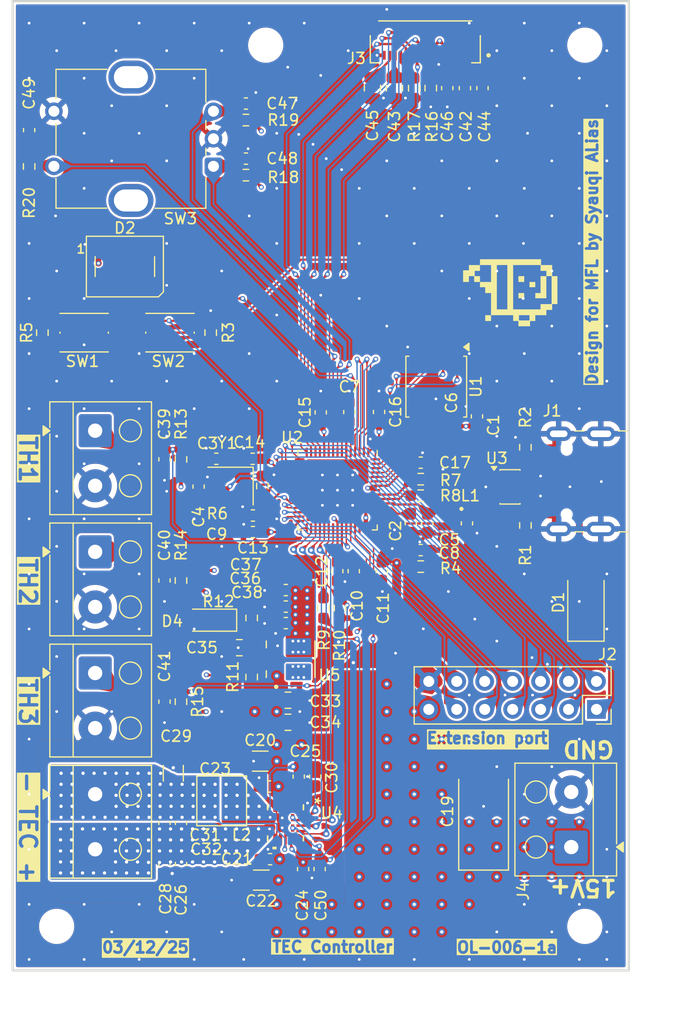
<source format=kicad_pcb>
(kicad_pcb (version 20241229) (generator "pcbnew") (generator_version "9.0")
  (layers (0 "F.Cu" signal) (4 "In1.Cu" signal) (6 "In2.Cu" signal) (2 "B.Cu" signal) (13 "F.Paste" user) (15 "B.Paste" user) (5 "F.SilkS" user "F.Silkscreen") (7 "B.SilkS" user "B.Silkscreen") (1 "F.Mask" user) (3 "B.Mask" user) (25 "Edge.Cuts" user))
  (net 0 "")
  (net 1 "VBUS")
  (net 2 "GND")
  (net 3 "/mcu_rp2354a/XIN")
  (net 4 "Net-(C4-Pad1)")
  (net 5 "+3V3")
  (net 6 "+1V1")
  (net 7 "/mcu_rp2354a/VREG_AVDD")
  (net 8 "/peltier_cont/BST")
  (net 9 "/peltier_cont/SW")
  (net 10 "/mcu_rp2354a/GPIO29_ADC3")
  (net 11 "/peltier_cont/TEC_VCC")
  (net 12 "+15V")
  (net 13 "/peltier_cont/LDR")
  (net 14 "/peltier_cont/SFB")
  (net 15 "Net-(D4-K)")
  (net 16 "/mcu_rp2354a/GPIO26_ADC0")
  (net 17 "/mcu_rp2354a/GPIO27_ADC1")
  (net 18 "/mcu_rp2354a/GPIO28_ADC2")
  (net 19 "/mcu_rp2354a/USB_D+")
  (net 20 "/mcu_rp2354a/USB_D-")
  (net 21 "Net-(J1-CC2)")
  (net 22 "Net-(J1-CC1)")
  (net 23 "/mcu_rp2354a/VREG_LX")
  (net 24 "/mcu_rp2354a/XOUT")
  (net 25 "/mcu_rp2354a/USB1_D+")
  (net 26 "Net-(C42-Pad2)")
  (net 27 "/mcu_rp2354a/USB1_D-")
  (net 28 "Net-(C42-Pad1)")
  (net 29 "/mcu_rp2354a/~{USB_BOOT}")
  (net 30 "/mcu_rp2354a/FLASH_SS")
  (net 31 "Net-(C43-Pad1)")
  (net 32 "/mcu_rp2354a/GPIO24")
  (net 33 "/peltier_cont/SWEN")
  (net 34 "/mcu_rp2354a/GPIO25")
  (net 35 "/mcu_rp2354a/RUN")
  (net 36 "/mcu_rp2354a/QSPI_SD3")
  (net 37 "/mcu_rp2354a/QSPI_SD0")
  (net 38 "/mcu_rp2354a/QSPI_SD2")
  (net 39 "/mcu_rp2354a/QSPI_SD1")
  (net 40 "/mcu_rp2354a/QSPI_SCLK")
  (net 41 "/mcu_rp2354a/GPIO12")
  (net 42 "/mcu_rp2354a/GPIO22")
  (net 43 "/mcu_rp2354a/GPIO16")
  (net 44 "/mcu_rp2354a/GPIO13")
  (net 45 "/mcu_rp2354a/GPIO0")
  (net 46 "/mcu_rp2354a/GPIO14")
  (net 47 "Net-(C44-Pad2)")
  (net 48 "Net-(C44-Pad1)")
  (net 49 "/mcu_rp2354a/GPIO2")
  (net 50 "/mcu_rp2354a/GPIO20")
  (net 51 "Net-(C45-Pad1)")
  (net 52 "/mcu_rp2354a/GPIO18")
  (net 53 "/display/CHA_B")
  (net 54 "/display/CHA_A")
  (net 55 "/mcu_rp2354a/GPIO1")
  (net 56 "/mcu_rp2354a/SWD")
  (net 57 "/display/PUSH_BT_ENC")
  (net 58 "Net-(J3-Pad13)")
  (net 59 "/display/OLED_CS")
  (net 60 "/mcu_rp2354a/GPIO15")
  (net 61 "/mcu_rp2354a/SWCLK")
  (net 62 "/mcu_rp2354a/GPIO17")
  (net 63 "/display/RGB_led")
  (net 64 "/mcu_rp2354a/GPIO23")
  (net 65 "/mcu_rp2354a/GPIO21")
  (net 66 "/mcu_rp2354a/GPIO19")
  (net 69 "/display/OLED_SDO")
  (net 70 "/display/OLED_SCK")
  (net 71 "/display/OLED_DC")
  (net 72 "/display/OLED_RST")
  (net 73 "Net-(R3-Pad1)")
  (net 74 "Net-(U2-USB_DP)")
  (net 75 "Net-(U2-USB_DM)")
  (footprint "Resistor_SMD:R_0603_1608Metric_Pad0.98x0.95mm_HandSolder" (layer "F.Cu") (at 73.4975 132.855 90)
    (property "Reference" "R15")
    (property "Value" "10k")
  )
  (footprint "Resistor_SMD:R_0603_1608Metric_Pad0.98x0.95mm_HandSolder" (layer "F.Cu") (at 79.3975 80.055 180)
    (property "Reference" "R19")
    (property "Value" "10k")
  )
  (footprint "MountingHole:MountingHole_2.7mm_M2.5" (layer "F.Cu") (at 81.1975 73.255)
    (property "Reference" "H2" (hide yes))
    (property "Value" "MountingHole")
  )
  (footprint "Capacitor_SMD:C_1206_3216Metric_Pad1.33x1.80mm_HandSolder" (layer "F.Cu") (at 72.7975 139.355 90)
    (property "Reference" "C29")
    (property "Value" "4.7uF")
  )
  (footprint "Capacitor_SMD:C_0603_1608Metric_Pad1.08x0.95mm_HandSolder" (layer "F.Cu") (at 81.5975 147.155 180)
    (property "Reference" "C21")
    (property "Value" "0.1uF")
  )
  (footprint "Capacitor_SMD:C_0805_2012Metric" (layer "F.Cu") (at 92.8975 77.155 -90)
    (property "Reference" "C43")
    (property "Value" "10uF")
  )
  (footprint "TerminalBlock_Altech:Altech_AK100_1x02_P5.00mm" (layer "F.Cu") (at 65.6975 108.255 -90)
    (property "Reference" "TH1" (hide yes))
    (property "Value" "10K patch")
  )
  (footprint "Capacitor_SMD:C_0805_2012Metric_Pad1.18x1.45mm_HandSolder" (layer "F.Cu") (at 83.221722 134.723594)
    (property "Reference" "C34")
    (property "Value" "0.1uF")
  )
  (footprint "Rotary_Encoder:RotaryEncoder_Bourns_Vertical_PEC12R-3x17F-Sxxxx" (layer "F.Cu") (at 76.4475 84.255 180)
    (property "Reference" "SW3")
    (property "Value" "RotaryEncoder_Switch")
  )
  (footprint "RP2350_60QFN_minimal:L_pol_2016" (layer "F.Cu") (at 97.685 116.255 -90)
    (property "Reference" "L1")
    (property "Value" "3.3u")
  )
  (footprint "Capacitor_SMD:C_0603_1608Metric_Pad1.08x0.95mm_HandSolder" (layer "F.Cu") (at 80.035 117.455 180)
    (property "Reference" "C13")
    (property "Value" "100n")
  )
  (footprint "TerminalBlock_Altech:Altech_AK100_1x02_P5.00mm" (layer "F.Cu") (at 65.6975 141.255 -90)
    (property "Reference" "TEC1" (hide yes))
    (property "Value" "Screw_Terminal_01x02")
  )
  (footprint "LED_SMD:LED_WS2812B_PLCC4_5.0x5.0mm_P3.2mm" (layer "F.Cu") (at 68.3975 93.355)
    (property "Reference" "D2")
    (property "Value" "WS2812B")
  )
  (footprint "Capacitor_SMD:C_0603_1608Metric_Pad1.08x0.95mm_HandSolder" (layer "F.Cu") (at 71.9975 143.855 90)
    (property "Reference" "C32")
    (property "Value" "0.1uF")
  )
  (footprint "Capacitor_SMD:C_0603_1608Metric_Pad1.08x0.95mm_HandSolder" (layer "F.Cu") (at 100.3975 106.955 90)
    (property "Reference" "C1")
    (property "Value" "100n")
  )
  (footprint "Resistor_SMD:R_0603_1608Metric_Pad0.98x0.95mm_HandSolder" (layer "F.Cu") (at 104.7975 116.855 -90)
    (property "Reference" "R1")
    (property "Value" "5.1k")
  )
  (footprint "Inductor_SMD:L_Coilcraft_XAL4020-XXX" (layer "F.Cu") (at 77.1975 141.855 180)
    (property "Reference" "L2")
    (property "Value" "1uH")
  )
  (footprint "Capacitor_SMD:C_0603_1608Metric_Pad1.08x0.95mm_HandSolder" (layer "F.Cu") (at 87.6975 121.005 -90)
    (property "Reference" "C12")
    (property "Value" "100n")
  )
  (footprint "Resistor_SMD:R_0603_1608Metric_Pad0.98x0.95mm_HandSolder" (layer "F.Cu") (at 80.8975 113.28 90)
    (property "Reference" "R6")
    (property "Value" "1k")
  )
  (footprint "Capacitor_SMD:C_0603_1608Metric_Pad1.08x0.95mm_HandSolder" (layer "F.Cu") (at 59.6975 80.9675 90)
    (property "Reference" "C49")
    (property "Value" "100n")
  )
  (footprint "TerminalBlock_Altech:Altech_AK100_1x02_P5.00mm" (layer "F.Cu") (at 65.6975 130.255 -90)
    (property "Reference" "TH3" (hide yes))
    (property "Value" "10K patch")
  )
  (footprint "Package_TO_SOT_SMD:SOT-23-6" (layer "F.Cu") (at 103.3975 113.355)
    (property "Reference" "U3")
    (property "Value" "WE-TVS-82400102")
  )
  (footprint "Capacitor_SMD:C_0603_1608Metric_Pad1.08x0.95mm_HandSolder" (layer "F.Cu") (at 81.4975 140.555 180)
    (property "Reference" "C23")
    (property "Value" "0.1uF")
  )
  (footprint "Capacitor_SMD:C_0603_1608Metric_Pad1.08x0.95mm_HandSolder" (layer "F.Cu") (at 80.035 115.955 180)
    (property "Reference" "C9")
    (property "Value" "4.7u")
  )
  (footprint "Button_Switch_SMD:SW_Push_1P1T_NO_Vertical_Wuerth_434133025816" (layer "F.Cu") (at 72.4975 99.355 180)
    (property "Reference" "SW2")
    (property "Value" "SW_Push")
  )
  (footprint "Capacitor_SMD:C_0603_1608Metric_Pad1.08x0.95mm_HandSolder" (layer "F.Cu") (at 88.7975 106.5675 90)
    (property "Reference" "C7")
    (property "Value" "100n")
  )
  (footprint "Resistor_SMD:R_0603_1608Metric_Pad0.98x0.95mm_HandSolder" (layer "F.Cu") (at 96.1975 77.155 90)
    (property "Reference" "R16")
    (property "Value" "5.1k")
  )
  (footprint "Capacitor_SMD:C_1206_3216Metric_Pad1.33x1.80mm_HandSolder" (layer "F.Cu") (at 80.6975 138.255 180)
    (property "Reference" "C20")
    (property "Value" "4.7uF")
  )
  (footprint "Diode_SMD:D_SOD-123" (layer "F.Cu") (at 76.1975 125.455 180)
    (property "Reference" "D4")
    (property "Value" "5.1 Vz")
  )
  (footprint "Capacitor_SMD:C_1206_3216Metric_Pad1.33x1.80mm_HandSolder" (layer "F.Cu") (at 80.7975 149.055 180)
    (property "Reference" "C22")
    (property "Value" "4.7uF")
  )
  (footprint "Capacitor_SMD:C_0603_1608Metric_Pad1.08x0.95mm_HandSolder" (layer "F.Cu") (at 95.285 111.155)
    (property "Reference" "C17")
    (property "Value" "100n")
  )
  (footprint "Capacitor_Tantalum_SMD:CP_EIA-7343-31_Kemet-D_HandSolder" (layer "F.Cu") (at 100.9975 143.555 90)
    (property "Reference" "C19")
    (property "Value" "47uF")
  )
  (footprint "Button_Switch_SMD:SW_Push_1P1T_NO_Vertical_Wuerth_434133025816" (layer "F.Cu") (at 64.6975 99.355 180)
    (property "Reference" "SW1")
    (property "Value" "SW_Push")
  )
  (footprint "Capacitor_SMD:C_0603_1608Metric_Pad1.08x0.95mm_HandSolder" (layer "F.Cu") (at 79.3975 83.555)
    (property "Reference" "C48")
    (property "Value" "100n")
  )
  (footprint "Capacitor_SMD:C_0603_1608Metric_Pad1.08x0.95mm_HandSolder" (layer "F.Cu") (at 71.9975 110.855 -90)
    (property "Reference" "C39")
    (property "Value" "100n")
  )
  (footprint "Capacitor_SMD:C_0603_1608Metric_Pad1.08x0.95mm_HandSolder" (layer "F.Cu") (at 71.9975 132.855 -90)
    (property "Reference" "C41")
    (property "Value" "100n")
  )
  (footprint "Capacitor_SMD:C_0603_1608Metric_Pad1.08x0.95mm_HandSolder" (layer "F.Cu") (at 95.285 119.0925)
    (property "Reference" "C8")
    (property "Value" "4.7u")
  )
  (footprint "Capacitor_SMD:C_0805_2012Metric_Pad1.18x1.45mm_HandSolder" (layer "F.Cu") (at 78.7975 127.955 180)
    (property "Reference" "C35")
    (property "Value" "0.01uF")
  )
  (footprint "Resistor_SMD:R_0603_1608Metric_Pad0.98x0.95mm_HandSolder" (layer "F.Cu") (at 59.6975 84.2675 90)
    (property "Reference" "R20")
    (property "Value" "10k")
  )
  (footprint "Capacitor_SMD:C_0603_1608Metric_Pad1.08x0.95mm_HandSolder" (layer "F.Cu") (at 99.485 116.6675 -90)
    (property "Reference" "C6")
    (property "Value" "100n")
  )
  (footprint "Capacitor_SMD:C_0603_1608Metric_Pad1.08x0.95mm_HandSolder" (layer "F.Cu") (at 76.71 110.805 180)
    (property "Reference" "C3")
    (property "Value" "15p")
  )
  (footprint "Capacitor_SMD:C_0603_1608Metric_Pad1.08x0.95mm_HandSolder" (layer "F.Cu") (at 84.1975 139.655 90)
    (property "Reference" "C25")
    (property "Value" "0.1uF")
  )
  (footprint "Capacitor_SMD:C_0603_1608Metric_Pad1.08x0.95mm_HandSolder" (layer "F.Cu") (at 75.0975 113.33 90)
    (property "Reference" "C4")
    (property "Value" "15p")
  )
  (footprint "Capacitor_SMD:C_0805_2012Metric" (layer "F.Cu") (at 90.8975 77.155 -90)
    (property "Reference" "C45")
    (property "Value" "10uF")
  )
  (footprint "Capacitor_SMD:C_0603_1608Metric_Pad1.08x0.95mm_HandSolder" (layer "F.Cu") (at 100.8975 77.155 -90)
    (property "Reference" "C44")
    (property "Value" "1uF 16V")
  )
  (footprint "Resistor_SMD:R_0603_1608Metric_Pad0.98x0.95mm_HandSolder" (layer "F.Cu") (at 104.7975 109.755 -90)
    (property "Reference" "R2")
    (property "Value" "5.1k")
  )
  (footprint "LT8722_footprints:LQFN18_3X3X0.95_ADI-M" (layer "F.Cu") (at 82.9975 143.855 -90)
    (property "Reference" "U4")
    (property "Value" "LT8722AV-PBF")
  )
  (footprint "Resistor_SMD:R_0603_1608Metric_Pad0.98x0.95mm_HandSolder" (layer "F.Cu") (at 79.921722 130.623594 90)
    (property "Reference" "R11")
    (property "Value" "14.7k")
  )
  (footprint "Capacitor_SMD:C_0603_1608Metric_Pad1.08x0.95mm_HandSolder" (layer "F.Cu") (at 91.7475 121.005 -90)
    (property "Reference" "C11")
    (property "Value" "100n")
  )
  (footprint "Capacitor_SMD:C_0603_1608Metric_Pad1.08x0.95mm_HandSolder" (layer "F.Cu") (at 71.9975 147.5925 -90)
    (property "Reference" "C28")
    (property "Value" "47nF")
  )
  (footprint "Capacitor_SMD:C_0603_1608Metric_Pad1.08x0.95mm_HandSolder" (layer "F.Cu") (at 73.4975 143.855 90)
    (property "Reference" "C31")
    (property "Value" "47nF")
  )
  (footprint "Capacitor_SMD:C_0603_1608Metric_Pad1.08x0.95mm_HandSolder" (layer "F.Cu") (at 86.1975 106.5925 90)
    (property "Reference" "C15")
    (property "Value" "100n")
  )
  (footprint "Resistor_SMD:R_0603_1608Metric_Pad0.98x0.95mm_HandSolder" (layer "F.Cu") (at 95.285 120.5925)
    (property "Reference" "R4")
    (property "Value" "33")
  )
  (footprint "Capacitor_SMD:C_0603_1608Metric_Pad1.08x0.95mm_HandSolder" (layer "F.Cu") (at 86.0975 148.055 -90)
    (property "Reference" "C50")
    (property "Value" "0.1uF")
  )
  (footprint "Package_SO:SOIC-8_5.3x5.3mm_P1.27mm" (layer "F.Cu") (at 96.6975 104.255 -90)
    (property "Reference" "U1")
    (property "Value" "W25Q128JVS")
  )
  (footprint "Resistor_SMD:R_0603_1608Metric_Pad0.98x0.95mm_HandSolder" (layer "F.Cu") (at 60.8975 99.355 90)
    (property "Reference" "R5")
    (property "Value" "1k")
  )
  (footprint "Capacitor_SMD:C_0805_2012Metric_Pad1.18x1.45mm_HandSolder" (layer "F.Cu") (at 83.221722 132.723594)
    (property "Reference" "C33")
    (property "Value" "10uF")
  )
  (footprint "Capacitor_SMD:C_0603_1608Metric_Pad1.08x0.95mm_HandSolder" (layer "F.Cu") (at 79.3975 78.555)
    (property "Reference" "C47")
    (property "Value" "100n")
  )
  (footprint "Resistor_SMD:R_0603_1608Metric_Pad0.98x0.95mm_HandSolder" (layer "F.Cu") (at 76.1975 99.355 90)
    (property "Reference" "R3")
    (property "Value" "1k")
  )
  (footprint "Capacitor_SMD:C_0603_1608Metric_Pad1.08x0.95mm_HandSolder" (layer "F.Cu") (at 99.2975 77.155 -90)
    (property "Reference" "C42")
    (property "Value" "1uF 16V")
  )
  (footprint "Capacitor_SMD:C_0603_1608Metric_Pad1.08x0.95mm_HandSolder" (layer "F.Cu") (at 83.021722 122.723594 180)
    (property "Reference" "C37")
    (property "Value" "22uF")
  )
  (footprint "Resistor_SMD:R_0603_1608Metric_Pad0.98x0.95mm_HandSolder" (layer "F.Cu") (at 79.921722 125.255 90)
    (property "Reference" "R12")
    (property "Value" "10k")
  )
  (footprint "Resistor_SMD:R_0603_1608Metric_Pad0.98x0.95mm_HandSolder" (layer "F.Cu") (at 73.4975 121.855 90)
    (property "Reference" "R14")
    (property "Value" "10k")
  )
  (footprint "Capacitor_SMD:C_0603_1608Metric_Pad1.08x0.95mm_HandSolder" (layer "F.Cu") (at 83.021722 125.723594 180)
    (property "Reference" "C38")
    (property "Value" "100n")
  )
  (footprint "Capacitor_SMD:C_0603_1608Metric_Pad1.08x0.95mm_HandSolder" (layer "F.Cu") (at 95.885 116.655 -90)
    (property "Reference" "C5")
    (property "Value" "4.7u")
  )
  (footprint "RP2350_60QFN_minimal:RP2350-QFN-60-1EP_7x7_P0.4mm_EP3.4x3.4mm_ThermalVias" (layer "F.Cu") (at 87.7225 113.655 -90)
    (property "Reference" "U2")
    (property "Value" "RP2350_60QFN")
  )
  (footprint "Capacitor_SMD:C_0603_1608Metric_Pad1.08x0.95mm_HandSolder" (layer "F.Cu") (at 94.385 116.655 -90)
    (property "Reference" "C2")
    (property "Value" "4.7u")
  )
  (footprint "Capacitor_SMD:C_0603_1608Metric_Pad1.08x0.95mm_HandSolder" (layer "F.Cu") (at 80.01 110.805 180)
    (property "Reference" "C14")
    (property "Value" "100n")
  )
  (footprint "Capacitor_SMD:C_0603_1608Metric_Pad1.08x0.95mm_HandSolder" (layer "F.Cu") (at 71.9975 121.855 -90)
    (property "Reference" "C40")
    (property "Value" "100n")
  )
  (footprint "logo:logo_syauqi" (layer "F.Cu") (at 103.4475 95.255 90)
    (property "Reference" "G***" (hide yes))
    (property "Value" "LOGO" (hide yes))
  )
  (footprint "Capacitor_SMD:C_0603_1608Metric_Pad1.08x0.95mm_HandSolder" (layer "F.Cu") (at 85.6975 139.655 90)
    (property "Reference" "C30")
    (property "Value" "1uF")
  )
  (footprint "Resistor_SMD:R_0603_1608Metric_Pad0.98x0.95mm_HandSolder" (layer "F.Cu") (at 95.285 112.655 180)
    (property "Reference" "R7")
    (property "Value" "27")
  )
  (footprint "MountingHole:MountingHole_2.7mm_M2.5" (layer "F.Cu") (at 110.1975 153.255 90)
    (property "Reference" "H3" (hide yes))
    (property "Value" "MountingHole")
  )
  (footprint "Resistor_SMD:R_0603_1608Metric_Pad0.98x0.95mm_HandSolder" (layer "F.Cu") (at 73.4975 110.855 90)
    (property "Reference" "R13")
    (property "Value" "10k")
  )
  (footprint "Resistor_SMD:R_0603_1608Metric_Pad0.98x0.95mm_HandSolder" (layer "F.Cu") (at 87.9475 124.355 -90)
    (property "Reference" "R10")
    (property "Value" "100k")
  )
  (footprint "Resistor_SMD:R_0603_1608Metric_Pad0.98x0.95mm_HandSolder" (layer "F.Cu") (at 94.6975 77.1675 90)
    (property "Reference" "R17")
    (property "Value" "680k")
  )
  (footprint "Diode_SMD:D_SMA" (layer "F.Cu") (at 110.2975 123.855 90)
    (property "Reference" "D1")
    (property "Value" "SS12")
  )
  (footprint "Resistor_SMD:R_0603_1608Metric_Pad0.98x0.95mm_HandSolder" (layer "F.Cu") (at 79.3975 85.055 180)
    (property "Reference" "R18")
    (property "Value" "10k")
  )
  (footprint "Resistor_SMD:R_0603_1608Metric_Pad0.98x0.95mm_HandSolder" (layer "F.Cu") (at 86.4475 124.355 -90)
    (property "Reference" "R9")
    (property "Value" "20k")
  )
  (footprint "TerminalBlock_Altech:Altech_AK100_1x02_P5.00mm" (layer "F.Cu") (at 65.6975 119.255 -90)
    (property "Reference" "TH2" (hide yes))
    (property "Value" "10K patch")
  )
  (footprint "TerminalBlock_Altech:Altech_AK100_1x02_P5.00mm" (layer "F.Cu") (at 108.965 146.055 90)
    (property "Reference" "J4")
    (property "Value" "Screw_Terminal_01x02")
  )
  (footprint "Capacitor_SMD:C_0603_1608Metric_Pad1.08x0.95mm_HandSolder" (layer "F.Cu") (at 97.6975 77.155 -90)
    (property "Reference" "C46")
    (property "Value" "1uF")
  )
  (footprint "MountingHole:MountingHole_2.7mm_M2.5" (layer "F.Cu") (at 62.1975 153.255)
    (property "Reference" "H4" (hide yes))
    (property "Value" "MountingHole")
  )
  (footprint "Resistor_SMD:R_0603_1608Metric_Pad0.98x0.95mm_HandSolder" (layer "F.Cu") (at 95.285 114.155 180)
    (property "Reference" "R8")
    (property "Value" "27")
  )
  (footprint "Capacitor_SMD:C_0603_1608Metric_Pad1.08x0.95mm_HandSolder" (layer "F.Cu") (at 89.1975 121.005 -90)
    (property "Reference" "C10")
    (property "Value" "100n")
  )
  (footprint "Capacitor_SMD:C_0603_1608Metric_Pad1.08x0.95mm_HandSolder" (layer "F.Cu") (at 91.4975 106.555 90)
    (property "Reference" "C16")
    (property "Value" "100n")
  )
  (footprint "Crystal:Crystal_SMD_3225-4Pin_3.2x2.5mm" (layer "F.Cu") (at 77.9975 113.28 180)
    (property "Reference" "Y1")
    (property "Value" "ABM8-272-T3")
  )
  (footprint "Connector_PinSocket_2.54mm:PinSocket_2x07_P2.54mm_Vertical" (layer "F.Cu") (at 111.2575 133.555 -90)
    (property "Reference" "J2")
    (property "Value" "Conn_02x07_Odd_Even")
  )
  (footprint "Capacitor_SMD:C_0603_1608Metric_Pad1.08x0.95mm_HandSolder" (layer "F.Cu") (at 84.5975 148.055 -90)
    (property "Reference" "C24")
    (property "Value" "0.1uF")
  )
  (footprint "Connector_USB:USB_C_Receptacle_JAE_DX07S016JA1R1500" (layer "F.Cu") (at 110.4975 112.855 90)
    (property "Reference" "J1")
    (property "Value" "USB_C_Receptacle_USB2.0_14P")
  )
  (footprint "Capacitor_SMD:C_0603_1608Metric_Pad1.08x0.95mm_HandSolder" (layer "F.Cu") (at 73.4975 147.5925 -90)
    (property "Reference" "C26")
    (property "Value" "47nF")
  )
  (footprint "F3311A7H121016E200:AMPHENOL_F3311A7H121016E200" (layer "F.Cu") (at 95.6975 72.955 180)
    (property "Reference" "J3")
    (property "Value" "ZJY130-2864KSWLG22")
  )
  (footprint "MountingHole:MountingHole_2.7mm_M2.5" (layer "F.Cu") (at 110.1975 73.255)
    (property "Reference" "H1" (hide yes))
    (property "Value" "MountingHole")
  )
  (footprint "TPSM863253RDXR:VREG_TPSM863253RDXR" (layer "F.Cu") (at 83.4975 129.004999 90)
    (property "Reference" "U5")
    (property "Value" "TPSM863253RDXR")
  )
  (footprint "Capacitor_SMD:C_0603_1608Metric_Pad1.08x0.95mm_HandSolder" (layer "F.Cu") (at 83.021722 124.223594 180)
    (property "Reference" "C36")
    (property "Value" "22uF")
  )
  (gr_rect (start 58.1975 69.255) (end 114.1975 157.255) (stroke (width 0.2)) (fill no) (layer "Edge.Cuts"))
  (gr_text "Design for MFL by Syauqi ALias" (at 111.4475 104.255 90) (layer "F.SilkS" knockout) (effects (font (size 1 1) (thickness 0.25) (bold yes)) (justify left bottom)))
  (gr_text "15V+" (at 110.0425 148.885 180) (layer "F.SilkS") (effects (font (size 1.5 1.5) (thickness 0.3) (bold yes)) (justify bottom)))
  (gr_text "03/12/25" (at 66.1975 155.755 0) (layer "F.SilkS" knockout) (effects (font (size 1 1) (thickness 0.25) (bold yes)) (justify left bottom)))
  (gr_text "GND" (at 110.5425 136.285 180) (layer "F.SilkS") (effects (font (size 1.5 1.5) (thickness 0.3) (bold yes)) (justify bottom)))
  (gr_text "Extension port" (at 95.6975 136.755 0) (layer "F.SilkS" knockout) (effects (font (size 1 1) (thickness 0.25) (bold yes)) (justify left bottom)))
  (gr_text "TEC Controller" (at 81.670232 155.701987 0) (layer "F.SilkS" knockout) (effects (font (size 1 1) (thickness 0.25) (bold yes)) (justify left bottom)))
  (gr_text "- TEC +" (at 58.6975 144.255 270) (layer "F.SilkS" knockout) (effects (font (size 1.5 1.5) (thickness 0.3) (bold yes)) (justify bottom)))
  (gr_text "TH3" (at 58.6975 132.855 270) (layer "F.SilkS" knockout) (effects (font (size 1.5 1.5) (thickness 0.3) (bold yes)) (justify bottom)))
  (gr_text "OL-006-1a" (at 98.4475 155.755 0) (layer "F.SilkS" knockout) (effects (font (size 1 1) (thickness 0.25) (bold yes)) (justify left bottom)))
  (gr_text "TH2\n" (at 58.6975 121.955 270) (layer "F.SilkS" knockout) (effects (font (size 1.5 1.5) (thickness 0.3) (bold yes)) (justify bottom)))
  (gr_text "TH1" (at 58.6975 110.855 270) (layer "F.SilkS" knockout) (effects (font (size 1.5 1.5) (thickness 0.3) (bold yes)) (justify bottom)))
  (segment (start 107.4475 110.505) (end 108.010426 110.505) (width 0.3) (layer "F.Cu") (net 1))
  (segment (start 108.837864 115.154) (end 109.5175 115.833636) (width 0.3) (layer "F.Cu") (net 1))
  (segment (start 103.3975 114.067322) (end 103.3975 115.155) (width 0.3) (layer "F.Cu") (net 1))
  (segment (start 107.4475 115.205) (end 107.4985 115.154) (width 0.3) (layer "F.Cu") (net 1))
  (segment (start 109.6975 121.255) (end 110.2975 121.855) (width 0.6) (layer "F.Cu") (net 1))
  (segment (start 104.109822 113.355) (end 103.3975 114.067322) (width 0.3) (layer "F.Cu") (net 1))
  (segment (start 102.9975 115.555) (end 102.9975 117.955) (width 0.6) (layer "F.Cu") (net 1))
  (segment (start 107.4985 115.154) (end 108.837864 115.154) (width 0.3) (layer "F.Cu") (net 1))
  (segment (start 109.6975 117.795) (end 109.6975 121.255) (width 0.6) (layer "F.Cu") (net 1))
  (segment (start 104.535 113.355) (end 104.109822 113.355) (width 0.3) (layer "F.Cu") (net 1))
  (segment (start 106.8975 121.855) (end 110.2975 121.855) (width 0.6) (layer "F.Cu") (net 1))
  (segment (start 109.6975 117.795) (end 109.6975 112.192074) (width 0.6) (layer "F.Cu") (net 1))
  (segment (start 109.6975 112.192074) (end 109.5175 112.012074) (width 0.6) (layer "F.Cu") (net 1))
  (segment (start 108.010426 110.505) (end 109.5175 112.012074) (width 0.3) (layer "F.Cu") (net 1))
  (segment (start 103.3975 115.155) (end 102.9975 115.555) (width 0.6) (layer "F.Cu") (net 1))
  (segment (start 109.6975 116.013636) (end 109.6975 117.795) (width 0.6) (layer "F.Cu") (net 1))
  (segment (start 102.9975 117.955) (end 106.8975 121.855) (width 0.6) (layer "F.Cu") (net 1))
  (segment (start 104.7975 108.8425) (end 103.91 108.8425) (width 0.3) (layer "F.Cu") (net 2))
  (segment (start 86.0975 148.9175) (end 85.46 148.9175) (width 0.3) (layer "F.Cu") (net 2))
  (segment (start 96.1975 78.0675) (end 96.1975 78.855) (width 0.3) (layer "F.Cu") (net 2))
  (segment (start 84.259222 133.793278) (end 84.2975 133.755) (width 0.3) (layer "F.Cu") (net 2))
  (segment (start 82.1675 144.907801) (end 82.1675 145.132799) (width 0.125) (layer "F.Cu") (net 2))
  (segment (start 85.335 148.9175) (end 85.3975 148.855) (width 0.3) (layer "F.Cu") (net 2))
  (segment (start 96.9475 74.98) (end 96.9475 74.175) (width 0.3) (layer "F.Cu") (net 2))
  (segment (start 97.6975 78.0175) (end 97.6975 78.855) (width 0.3) (layer "F.Cu") (net 2))
  (segment (start 81.01 124.3425) (end 81.0975 124.255) (width 0.3) (layer "F.Cu") (net 2))
  (segment (start 99.485 117.53) (end 100.3725 117.53) (width 0.3) (layer "F.Cu") (net 2))
  (segment (start 107.4475 108.91) (end 107.8225 108.535) (width 0.4) (layer "F.Cu") (net 2))
  (segment (start 91.4975 105.6925) (end 91.4975 104.655) (width 0.3) (layer "F.Cu") (net 2))
  (segment (start 96.6975 111.155) (end 97.2975 111.755) (width 0.3) (layer "F.Cu") (net 2))
  (segment (start 81.128906 122.723594) (end 81.0975 122.755) (width 0.3) (layer "F.Cu") (net 2))
  (segment (start 80.26 83.555) (end 80.26 83.3175) (width 0.3) (layer "F.Cu") (net 2))
  (segment (start 107.4475 116.8) (end 107.8225 117.175) (width 0.4) (layer "F.Cu") (net 2))
  (segment (start 79.135 138.255) (end 79.135 139.055) (width 0.3) (layer "F.Cu") (net 2))
  (segment (start 80.735 147.155) (end 80.735 146.9175) (width 0.3) (layer "F.Cu") (net 2))
  (segment (start 71.9975 122.7175) (end 71.9975 123.755) (width 0.3) (layer "F.Cu") (net 2))
  (segment (start 70.8475 95.005) (end 72.1475 95.005) (width 0.3) (layer "F.Cu") (net 2))
  (segment (start 82.159222 126.593278) (end 82.0975 126.655) (width 0.3) (layer "F.Cu") (net 2))
  (segment (start 79.1725 115.955) (end 79.1725 115.23) (width 0.3) (layer "F.Cu") (net 2))
  (segment (start 89.085 125.258768) (end 89.076268 125.2675) (width 0.3) (layer "F.Cu") (net 2))
  (segment (start 62.6225 100.43) (end 64.6725 100.43) (width 0.3) (layer "F.Cu") (net 2))
  (segment (start 84.259222 132.723594) (end 84.259222 133.716722) (width 0.3) (layer "F.Cu") (net 2))
  (segment (start 86.1975 105.73) (end 86.1975 104.655) (width 0.3) (layer "F.Cu") (net 2))
  (segment (start 81.997499 145.3028) (end 81.997499 145.655001) (width 0.3) (layer "F.Cu") (net 2))
  (segment (start 84.259222 134.723594) (end 85.166094 134.723594) (width 0.3) (layer "F.Cu") (net 2))
  (segment (start 81.128906 125.723594) (end 81.0975 125.755) (width 0.3) (layer "F.Cu") (net 2))
  (segment (start 71.9975 111.7175) (end 71.9975 112.755) (width 0.3) (layer "F.Cu") (net 2))
  (segment (start 92.8975 78.105) (end 91.9475 78.105) (width 0.3) (layer "F.Cu") (net 2))
  (segment (start 82.159222 122.723594) (end 81.128906 122.723594) (width 0.3) (layer "F.Cu") (net 2))
  (segment (start 66.7725 100.43) (end 64.7225 100.43) (width 0.3) (layer "F.Cu") (net 2))
  (segment (start 100.3975 106.0925) (end 99.435 106.0925) (width 0.3) (layer "F.Cu") (net 2))
  (segment (start 75.0975 112.4675) (end 75.885 112.4675) (width 0.3) (layer "F.Cu") (net 2))
  (segment (start 94.11 100.6675) (end 94.0975 100.655) (width 0.3) (layer "F.Cu") (net 2))
  (segment (start 79.1725 116.78) (end 79.1975 116.755) (width 0.3) (layer "F.Cu") (net 2))
  (segment (start 82.6975 144.305) (end 82.546801 144.305) (width 0.125) (layer "F.Cu") (net 2))
  (segment (start 84.259222 134.723594) (end 84.259222 133.793278) (width 0.3) (layer "F.Cu") (net 2))
  (segment (start 82.194701 142.604402) (end 81.997499 142.4072) (width 0.125) (layer "F.Cu") (net 2))
  (segment (start 103.91 108.8425) (end 103.8975 108.855) (width 0.3) (layer "F.Cu") (net 2))
  (segment (start 107.4475 109.755) (end 107.4475 108.91) (width 0.4) (layer "F.Cu") (net 2))
  (segment (start 84.259222 133.716722) (end 84.2975 133.755) (width 0.3) (layer "F.Cu") (net 2))
  (segment (start 88.31 121.8675) (end 88.3975 121.955) (width 0.3) (layer "F.Cu") (net 2))
  (segment (start 81.997499 145.655001) (end 81.3975 146.255) (width 0.3) (layer "F.Cu") (net 2))
  (segment (start 80.635 140.555) (end 80.635 139.7925) (width 0.3) (layer "F.Cu") (net 2))
  (segment (start 84.259222 132.723594) (end 85.166094 132.723594) (width 0.3) (layer "F.Cu") (net 2))
  (segment (start 82.194701 143.0529) (end 82.194701 142.604402) (width 0.125) (layer "F.Cu") (net 2))
  (segment (start 82.546801 144.305) (end 82.1954 144.656401) (width 0.125) (layer "F.Cu") (net 2))
  (segment (start 80.735 147.155) (end 80.735 147.555) (width 0.3) (layer "F.Cu") (net 2))
  (segment (start 64.6725 100.43) (end 64.6975 100.455) (width 0.3) (layer "F.Cu") (net 2))
  (segment (start 82.6975 143.405) (end 82.546801 143.405) (width 0.125) (layer "F.Cu") (net 2))
  (segment (start 71.9975 148.455) (end 72.6975 148.455) (width 0.3) (layer "F.Cu") (net 2))
  (segment (start 82.159222 125.723594) (end 82.159222 126.593278) (width 0.3) (layer "F.Cu") (net 2))
  (segment (start 74.5475 126.105) (end 74.6975 126.255) (width 0.2) (layer "F.Cu") (net 2))
  (segment (start 79.0975 114.13) (end 79.0975 115.155) (width 0.3) (layer "F.Cu") (net 2))
  (segment (start 91.9975 116.215) (end 92.0175 116.235) (width 0.125) (layer "F.Cu") (net 2))
  (segment (start 80.26 77.5925) (end 80.2975 77.555) (width 0.3) (layer "F.Cu") (net 2))
  (segment (start 84.9975 142.055) (end 84.6453 142.4072) (width 0.3) (layer "F.Cu") (net 2))
  (segment (start 93.8475 78.105) (end 92.8975 78.105) (width 0.3) (layer "F.Cu") (net 2))
  (segment (start 81.997499 142.4072) (end 81.997499 142.354999) (width 0.3) (layer "F.Cu") (net 2))
  (segment (start 96.1475 111.155) (end 96.6975 111.155) (width 0.3) (layer "F.Cu") (net 2))
  (segment (start 93.8975 78.055) (end 93.9225 78.08) (width 0.3) (layer "F.Cu") (net 2))
  (segment (start 80.26 83.3175) (end 79.5975 82.655) (width 0.3) (layer "F.Cu") (net 2))
  (segment (start 94.385 117.5175) (end 94.385 117.5425) (width 0.3) (layer "F.Cu") (net 2))
  (segment (start 80.635 139.7925) (end 80.5975 139.755) (width 0.3) (layer "F.Cu") (net 2))
  (segment (start 91.8475 78.105) (end 91.8975 78.055) (width 0.3) (layer "F.Cu") (net 2))
  (segment (start 80.735 146.9175) (end 81.3975 146.255) (width 0.3) (layer "F.Cu") (net 2))
  (segment (start 85.166094 134.723594) (end 85.1975 134.755) (width 0.3) (layer "F.Cu") (net 2))
  (segment (start 76.8975 112.43) (end 75.9225 112.43) (width 0.3) (layer "F.Cu") (net 2))
  (segment (start 102.26 113.355) (end 101.1975 113.355) (width 0.3) (layer "F.Cu") (net 2))
  (segment (start 82.1954 144.656401) (end 82.1954 144.907801) (width 0.125) (layer "F.Cu") (net 2))
  (segment (start 84.5975 148.9175) (end 85.335 148.9175) (width 0.3) (layer "F.Cu") (net 2))
  (segment (start 79.1725 117.455) (end 79.1725 116.78) (width 0.3) (layer "F.Cu") (net 2))
  (segment (start 59.6975 80.105) (end 61.0975 80.105) (width 0.3) (layer "F.Cu") (net 2))
  (segment (start 82.159222 124.223594) (end 81.128906 124.223594) (width 0.3) (layer "F.Cu") (net 2))
  (segment (start 107.4475 115.955) (end 107.4475 116.8) (width 0.4) (layer "F.Cu") (net 2))
  (segment (start 91.7475 121.8675) (end 91.7475 122.805) (width 0.3) (layer "F.Cu") (net 2))
  (segment (start 82.546801 143.405) (end 82.194701 143.0529) (width 0.125) (layer "F.Cu") (net 2))
  (segment (start 91.7475 122.805) (end 91.7975 122.855) (width 0.3) (layer "F.Cu") (net 2))
  (segment (start 95.885 117.6675) (end 95.1975 118.355) (width 0.3) (layer "F.Cu") (net 2))
  (segment (start 88.7975 105.705) (end 88.7975 104.655) (width 0.3) (layer "F.Cu") (net 2))
  (segment (start 95.935 119.0925) (end 95.1975 118.355) (width 0.3) (layer "F.Cu") (net 2))
  (segment (start 99.435 106.0925) (end 99.3975 106.055) (width 0.3) (layer "F.Cu") (net 2))
  (segment (start 85.166094 132.723594) (end 85.1975 132.755) (width 0.3) (layer "F.Cu") (net 2))
  (segment (start 91.31 74.175) (end 91.9475 74.175) (width 0.3) (layer "F.Cu") (net 2))
  (segment (start 91.9475 78.105) (end 91.8975 78.055) (width 0.3) (layer "F.Cu") (net 2))
  (segment (start 91.8375 116.055) (end 91.9975 116.215) (width 0.125) (layer "F.Cu") (net 2))
  (segment (start 93.8975 78.055) (end 93.8475 78.105) (width 0.3) (layer "F.Cu") (net 2))
  (segment (start 93.9225 78.08) (end 94.6975 78.08) (width 0.3) (layer "F.Cu") (net 2))
  (segment (start 89.076268 125.2675) (end 87.9475 125.2675) (width 0.3) (layer "F.Cu") (net 2))
  (segment (start 85.6975 138.7925) (end 85.6975 138.955) (width 0.3) (layer "F.Cu") (net 2))
  (segment (start 96.1475 119.0925) (end 95.935 119.0925) (width 0.3) (layer "F.Cu") (net 2))
  (segment (start 91.16 116.055) (end 91.8375 116.055) (width 0.125) (layer "F.Cu") (net 2))
  (segment (start 81.128906 124.223594) (end 81.0975 124.255) (width 0.3) (layer "F.Cu") (net 2))
  (segment (start 80.735 147.555) (end 79.235 149.055) (width 0.3) (layer "F.Cu") (net 2))
  (segment (start 79.135 139.055) (end 80.635 140.555) (width 0.3) (layer "F.Cu") (net 2))
  (segment (start 79.921722 124.3425) (end 81.01 124.3425) (width 0.3) (layer "F.Cu") (net 2))
  (segment (start 82.159222 125.723594) (end 81.128906 125.723594) (width 0.3) (layer "F.Cu") (net 2))
  (segment (start 79.1725 116.73) (end 79.1975 116.755) (width 0.3) (layer "F.Cu") (net 2))
  (segment (start 82.1675 145.132799) (end 81.997499 145.3028) (width 0.125) (layer "F.Cu") (net 2))
  (segment (start 75.8475 109.905) (end 75.7975 109.855) (width 0.3) (layer "F.Cu") (net 2))
  (segment (start 75.8475 110.805) (end 75.8475 109.905) (width 0.3) (layer "F.Cu") (net 2))
  (segment (start 87.6975 121.8675) (end 88.31 121.8675) (width 0.3) (layer "F.Cu") (net 2))
  (segment (start 73.4975 148.455) (end 72.6975 148.455) (width 0.3) (layer "F.Cu") (net 2))
  (segment (start 85.6975 138.955) (end 84.9975 139.655) (width 0.3) (layer "F.Cu") (net 2))
  (segment (start 79.1475 109.905) (end 79.1975 109.855) (width 0.3) (layer "F.Cu") (net 2))
  (segment (start 80.635 140.9925) (end 80.635 140.555) (width 0.3) (layer "F.Cu") (net 2))
  (segment (start 82.16 127.642499) (end 82.16 126.7175) (width 0.3) (layer "F.Cu") (net 2))
  (segment (start 85.46 148.9175) (end 85.3975 148.855) (width 0.3) (layer "F.Cu") (net 2))
  (segment (start 75.9225 112.43) (end 75.8975 112.455) (width 0.3) (layer "F.Cu") (net 2))
  (segment (start 79.135 138.255) (end 80.0975 138.255) (width 0.3) (layer "F.Cu") (net 2))
  (segment (start 82.16 126.7175) (end 82.0975 126.655) (width 0.3) (layer "F.Cu") (net 2))
  (segment (start 72.1475 95.005) (end 72.1975 95.055) (width 0.3) (layer "F.Cu") (net 2))
  (segment (start 64.7225 100.43) (end 64.6975 100.455) (width 0.3) (layer "F.Cu") (net 2))
  (segment (start 76.1975 98.4425) (end 76.1975 97.355) (width 0.3) (layer "F.Cu") (net 2))
  (segment (start 100.3725 117.53) (end 100.3975 117.555) (width 0.3) (layer "F.Cu") (net 2))
  (segment (start 72.7975 137.7925) (end 72.7975 138.855) (width 0.3) (layer "F.Cu") (net 2))
  (segment (start 90.8975 78.105) (end 91.8475 78.105) (width 0.3) (layer "F.Cu") (net 2))
  (segment (start 79.1725 115.23) (end 79.0975 115.155) (width 0.3) (layer "F.Cu") (net 2))
  (segment (start 81.997499 142.354999) (end 80.635 140.9925) (width 0.3) (layer "F.Cu") (net 2))
  (segment (start 96.9225 75.005) (end 96.9475 74.98) (width 0.3) (layer "F.Cu") (net 2))
  (segment (start 75.885 112.4675) (end 75.8975 112.455) (width 0.3) (layer "F.Cu") (net 2))
  (segment (start 100.9975 140.3475) (end 100.9975 142.355) (width 0.3) (layer "F.Cu") (net 2))
  (segment (start 79.235 149.055) (end 78.0975 149.055) (width 0.3) (layer "F.Cu") (net 2))
  (segment (start 94.385 117.5425) (end 95.1975 118.355) (width 0.3) (layer "F.Cu") (net 2))
  (segment (start 89.1975 121.8675) (end 88.485 121.8675) (width 0.3) (layer "F.Cu") (net 2))
  (segment (start 74.5475 125.455) (end 74.5475 126.105) (width 0.2) (layer "F.Cu") (net 2))
  (segment (start 61.0975 80.105) (end 61.9475 79.255) (width 0.3) (layer "F.Cu") (net 2))
  (segment (start 79.1475 110.805) (end 79.1475 109.905) (width 0.3) (layer "F.Cu") (net 2))
  (segment (start 84.6453 142.4072) (end 83.997501 142.4072) (width 0.3) (layer "F.Cu") (net 2))
  (segment (start 95.885 117.5175) (end 95.885 117.6675) (width 0.3) (layer "F.Cu") (net 2))
  (segment (start 79.1725 115.955) (end 79.1725 116.73) (width 0.3) (layer "F.Cu") (net 2))
  (segment (start 88.485 121.8675) (end 88.3975 121.955) (width 0.3) (layer "F.Cu") (net 2))
  (segment (start 94.7925 100.6675) (end 94.11 100.6675) (width 0.3) (layer "F.Cu") (net 2))
  (segment (start 71.9975 133.7175) (end 71.9975 134.755) (width 0.3) (layer "F.Cu") (net 2))
  (segment (start 82.1954 144.907801) (end 82.1675 144.907801) (width 0.125) (layer "F.Cu") (net 2))
  (segment (start 80.26 78.555) (end 80.26 77.5925) (width 0.3) (layer "F.Cu") (net 2))
  (via (at 82.1975 97.755) (size 0.45) (drill 0.25) (layers "F.Cu" "B.Cu") (net 2))
  (via (at 104.6975 101.255) (size 0.45) (drill 0.25) (layers "F.Cu" "B.Cu") (net 2))
  (via (at 89.6975 91.255) (size 0.45) (drill 0.25) (layers "F.Cu" "B.Cu") (net 2))
  (via (at 62.1975 133.755) (size 0.45) (drill 0.25) (layers "F.Cu" "B.Cu") (net 2))
  (via (at 62.1975 108.755) (size 0.45) (drill 0.25) (layers "F.Cu" "B.Cu") (net 2))
  (via (at 100.1975 125.355) (size 0.45) (drill 0.25) (layers "F.Cu" "B.Cu") (net 2))
  (via (at 82.6975 144.305) (size 0.45) (drill 0.25) (layers "F.Cu" "B.Cu") (net 2))
  (via (at 107.1975 83.755) (size 0.45) (drill 0.25) (layers "F.Cu" "B.Cu") (net 2))
  (via (at 64.6975 96.255) (size 0.45) (drill 0.25) (layers "F.Cu" "B.Cu") (net 2))
  (via (at 92.9975 128.455) (size 0.45) (drill 0.25) (layers "F.Cu" "B.Cu") (net 2))
  (via (at 59.6975 126.255) (size 0.45) (drill 0.25) (layers "F.Cu" "B.Cu") (net 2))
  (via (at 62.1975 118.755) (size 0.45) (drill 0.25) (layers "F.Cu" "B.Cu") (net 2))
  (via (at 95.4475 110.255) (size 0.45) (drill 0.25) (layers "F.Cu" "B.Cu") (net 2))
  (via (at 86.1975 76.005) (size 0.45) (drill 0.25) (layers "F.Cu" "B.Cu") (net 2))
  (via (at 104.6975 71.255) (size 0.45) (drill 0.25) (layers "F.Cu" "B.Cu") (net 2))
  (via (at 79.1975 156.255) (size 0.45) (drill 0.25) (layers "F.Cu" "B.Cu") (net 2))
  (via (at 97.7975 122.855) (size 0.45) (drill 0.25) (layers "F.Cu" "B.Cu") (net 2))
  (via (at 85.4975 82.255) (size 0.45) (drill 0.25) (layers "F.Cu" "B.Cu") (net 2))
  (via (at 94.0975 100.655) (size 0.45) (drill 0.25) (layers "F.Cu" "B.Cu") (net 2))
  (via (at 77.1975 118.755) (size 0.45) (drill 0.25) (layers "F.Cu" "B.Cu") (net 2))
  (via (at 84.9975 139.655) (size 0.45) (drill 0.25) (layers "F.Cu" "B.Cu") (net 2))
  (via (at 84.6975 71.255) (size 0.45) (drill 0.25) (layers "F.Cu" "B.Cu") (net 2))
  (via (at 64.6975 126.255) (size 0.45) (drill 0.25) (layers "F.Cu" "B.Cu") (net 2))
  (via (at 82.0975 126.655) (size 0.45) (drill 0.25) (layers "F.Cu" "B.Cu") (net 2))
  (via (at 99.6975 71.255) (size 0.45) (drill 0.25) (layers "F.Cu" "B.Cu") (net 2))
  (via (at 102.1975 98.755) (size 0.45) (drill 0.25) (layers "F.Cu" "B.Cu") (net 2))
  (via (at 109.6975 151.255) (size 0.45) (drill 0.25) (layers "F.Cu" "B.Cu") (net 2))
  (via (at 78.0975 149.055) (size 0.45) (drill 0.25) (layers "F.Cu" "B.Cu") (net 2))
  (via (at 82.1975 118.755) (size 0.45) (drill 0.25) (layers "F.Cu" "B.Cu") (net 2))
  (via (at 69.6975 81.255) (size 0.45) (drill 0.25) (layers "F.Cu" "B.Cu") (net 2))
  (via (at 105.4475 132.255) (size 0.45) (drill 0.25) (layers "F.Cu" "B.Cu") (net 2))
  (via (at 104.6975 136.255) (size 0.45) (drill 0.25) (layers "F.Cu" "B.Cu") (net 2))
  (via (at 94.6975 156.255) (size 0.45) (drill 0.25) (layers "F.Cu" "B.Cu") (net 2))
  (via (at 109.6975 86.255) (size 0.45) (drill 0.25) (layers "F.Cu" "B.Cu") (net 2))
  (via (at 59.6975 121.255) (size 0.45) (drill 0.25) (layers "F.Cu" "B.Cu") (net 2))
  (via (at 97.1975 93.755) (size 0.45) (drill 0.25) (layers "F.Cu" "B.Cu") (net 2))
  (via (at 72.7975 138.855) (size 0.6) (drill 0.3) (layers "F.Cu" "B.Cu") (net 2))
  (via (at 62.1975 113.755) (size 0.45) (drill 0.25) (layers "F.Cu" "B.Cu") (net 2))
  (via (at 72.1975 73.755) (size 0.45) (drill 0.25) (layers "F.Cu" "B.Cu") (net 2))
  (via (at 79.6975 88.755) (size 0.45) (drill 0.25) (layers "F.Cu" "B.Cu") (net 2))
  (via (at 72.1975 83.755) (size 0.45) (drill 0.25) (layers "F.Cu" "B.Cu") (net 2))
  (via (at 67.1975 133.755) (size 0.45) (drill 0.25) (layers "F.Cu" "B.Cu") (net 2))
  (via (at 112.1975 93.755) (size 0.45) (drill 0.25) (layers "F.Cu" "B.Cu") (net 2))
  (via (at 96.1975 78.855) (size 0.45) (drill 0.25) (layers "F.Cu" "B.Cu") (net 2))
  (via (at 74.6975 106.255) (size 0.45) (drill 0.25) (layers "F.Cu" "B.Cu") (net 2))
  (via (at 107.1975 153.755) (size 0.45) (drill 0.25) (layers "F.Cu" "B.Cu") (net 2))
  (via (at 88.0975 84.555) (size 0.45) (drill 0.25) (layers "F.Cu" "B.Cu") (net 2))
  (via (at 71.9975 123.755) (size 0.45) (drill 0.25) (layers "F.Cu" "B.Cu") (net 2))
  (via (at 82.2725 127.78) (size 0.45) (drill 0.25) (layers "F.Cu" "B.Cu") (net 2))
  (via (at 77.1975 153.755) (size 0.45) (drill 0.25) (layers "F.Cu" "B.Cu") (net 2))
  (via (at 92.6975 118.955) (size 0.45) (drill 0.25) (layers "F.Cu" "B.Cu") (net 2))
  (via (at 69.6975 151.255) (size 0.45) (drill 0.25) (layers "F.Cu" "B.Cu") (net 2))
  (via (at 62.1975 103.755) (size 0.45) (drill 0.25) (layers "F.Cu" "B.Cu") (net 2))
  (via (at 77.1975 93.755) (size 0.45) (drill 0.25) (layers "F.Cu" "B.Cu") (net 2))
  (via (at 84.1975 81.355) (size 0.45) (drill 0.25) (layers "F.Cu" "B.Cu") (net 2))
  (via (at 75.7975 109.855) (size 0.45) (drill 0.25) (layers "F.Cu" "B.Cu") (net 2))
  (via (at 106.1775 112.375) (size 0.45) (drill 0.25) (layers "F.Cu" "B.Cu") (net 2))
  (via (at 77.1975 133.755) (size 0.45) (drill 0.25) (layers "F.Cu" "B.Cu") (net 2))
  (via (at 72.1975 153.755) (size 0.45) (drill 0.25) (layers "F.Cu" "B.Cu") (net 2))
  (via (at 107.1975 88.755) (size 0.45) (drill 0.25) (layers "F.Cu" "B.Cu") (net 2))
  (via (at 109.6975 123.755) (size 0.45) (drill 0.25) (layers "F.Cu" "B.Cu") (net 2))
  (via (at 109.6975 106.255) (size 0.45) (drill 0.25) (layers "F.Cu" "B.Cu") (net 2))
  (via (at 59.6975 141.255) (size 0.45) (drill 0.25) (layers "F.Cu" "B.Cu") (net 2))
  (via (at 83.1975 75.255) (size 0.45) (drill 0.25) (layers "F.Cu" "B.Cu") (net 2))
  (via (at 62.1975 123.755) (size 0.45) (drill 0.25) (layers "F.Cu" "B.Cu") (net 2))
  (via (at 59.6975 101.255) (size 0.45) (drill 0.25) (layers "F.Cu" "B.Cu") (net 2))
  (via (at 72.1975 128.755) (size 0.45) (drill 0.25) (layers "F.Cu" "B.Cu") (net 2))
  (via (at 102.1975 127.355) (size 0.45) (drill 0.25) (layers "F.Cu" "B.Cu") (net 2))
  (via (at 82.1975 86.255) (size 0.45) (drill 0.25) (layers "F.Cu" "B.Cu") (net 2))
  (via (at 112.1975 88.755) (size 0.45) (drill 0.25) (layers "F.Cu" "B.Cu") (net 2))
  (via (at 59.6975 156.255) (size 0.45) (drill 0.25) (layers "F.Cu" "B.Cu") (net 2))
  (via (at 72.1975 118.755) (size 0.45) (drill 0.25) (layers "F.Cu" "B.Cu") (net 2))
  (via (at 67.1975 78.755) (size 0.45) (drill 0.25) (layers "F.Cu" "B.Cu") (net 2))
  (via (at 96.6675 105.365) (size 0.45) (drill 0.25) (layers "F.Cu" "B.Cu") (net 2))
  (via (at 109.6975 76.255) (size 0.45) (drill 0.25) (layers "F.Cu" "B.Cu") (net 2))
  (via (at 74.6975 116.255) (size 0.45) (drill 0.25) (layers "F.Cu" "B.Cu") (net 2))
  (via (at 94.6975 81.255) (size 0.45) (drill 0.25) (layers "F.Cu" "B.Cu") (net 2))
  (via (at 92.1975 98.755) (size 0.45) (drill 0.25) (layers "F.Cu" "B.Cu") (net 2))
  (via (at 84.9975 142.055) (size 0.45) (drill 0.25) (layers "F.Cu" "B.Cu") (net 2))
  (via (at 86.1975 104.655) (size 0.45) (drill 0.25) (layers "F.Cu" "B.Cu") (net 2))
  (via (at 69.6975 126.255) (size 0.45) (drill 0.25) (layers "F.Cu" "B.Cu") (net 2))
  (via (at 82.1975 116.255) (size 0.45) (drill 0.25) (layers "F.Cu" "B.Cu") (net 2))
  (via (at 104.6975 121.255) (size 0.45) (drill 0.25) (layers "F.Cu" "B.Cu") (net 2))
  (via (at 79.0975 115.155) (size 0.45) (drill 0.25) (layers "F.Cu" "B.Cu") (net 2))
  (via (at 102.9475 132.255) (size 0.45) (drill 0.25) (layers "F.Cu" "B.Cu") (net 2))
  (via (at 103.8975 108.855) (size 0.45) (drill 0.25) (layers "F.Cu" "B.Cu") (net 2))
  (via (at 77.1975 73.755) (size 0.45) (drill 0.25) (layers "F.Cu" "B.Cu") (net 2))
  (via (at 64.6975 100.455) (size 0.45) (drill 0.25) (layers "F.Cu" "B.Cu") (net 2))
  (via (at 93.8975 78.055) (size 0.45) (drill 0.25) (layers "F.Cu" "B.Cu") (net 2))
  (via (at 74.6975 156.255) (size 0.45) (drill 0.25) (layers "F.Cu" "B.Cu") (net 2))
  (via (at 94.6975 86.255) (size 0.45) (drill 0.25) (layers "F.Cu" "B.Cu") (net 2))
  (via (at 67.1975 83.755) (size 0.45) (drill 0.25) (layers "F.Cu" "B.Cu") (net 2))
  (via (at 75.8975 112.455) (size 0.45) (drill 0.25) (layers "F.Cu" "B.Cu") (net 2))
  (via (at 59.6975 131.255) (size 0.45) (drill 0.25) (layers "F.Cu" "B.Cu") (net 2))
  (via (at 108.8475 113.345) (size 0.45) (drill 0.25) (layers "F.Cu" "B.Cu") (net 2))
  (via (at 95.520869 126.240256) (size 0.45) (drill 0.25) (layers "F.Cu" "B.Cu") (net 2))
  (via (at 72.1975 78.755) (size 0.45) (drill 0.25) (layers "F.Cu" "B.Cu") (net 2))
  (via (at 67.59606 73.755) (size 0.45) (drill 0.25) (layers "F.Cu" "B.Cu") (net 2))
  (via (at 80.2975 77.555) (size 0.45) (drill 0.25) (layers "F.Cu" "B.Cu") (net 2))
  (via (at 99.6975 101.255) (size 0.45) (drill 0.25) (layers "F.Cu" "B.Cu") (net 2))
  (via (at 94.6975 91.255) (size 0.45) (drill 0.25) (layers "F.Cu" "B.Cu") (net 2))
  (via (at 72.1975 91.255) (size 0.45) (drill 0.25) (layers "F.Cu" "B.Cu") (net 2))
  (via (at 99.6975 156.255) (size 0.45) (drill 0.25) (layers "F.Cu" "B.Cu") (net 2))
  (via (at 99.6975 91.255) (size 0.45) (drill 0.25) (layers "F.Cu" "B.Cu") (net 2))
  (via (at 109.6975 136.255) (size 0.45) (drill 0.25) (layers "F.Cu" "B.Cu") (net 2))
  (via (at 67.1975 153.755) (size 0.45) (drill 0.25) (layers "F.Cu" "B.Cu") (net 2))
  (via (at 86.6975 83.555) (size 0.45) (drill 0.25) (layers "F.Cu" "B.Cu") (net 2))
  (via (at 81.0975 124.255) (size 0.45) (drill 0.25) (layers "F.Cu" "B.Cu") (net 2))
  (via (at 74.6975 151.255) (size 0.45) (drill 0.25) (layers "F.Cu" "B.Cu") (net 2))
  (via (at 77.1975 128.755) (size 0.45) (drill 0.25) (layers "F.Cu" "B.Cu") (net 2))
  (via (at 59.6975 71.255) (size 0.45) (drill 0.25) (layers "F.Cu" "B.Cu") (net 2))
  (via (at 79.6975 71.255) (size 0.45) (drill 0.25) (layers "F.Cu" "B.Cu") (net 2))
  (via (at 89.085 125.258768) (size 0.45) (drill 0.25) (layers "F.Cu" "B.Cu") (net 2))
  (via (at 99.6975 132.255) (size 0.45) (drill 0.25) (layers "F.Cu" "B.Cu") (net 2))
  (via (at 105.3975 128.855) (size 0.45) (drill 0.25) (layers "F.Cu" "B.Cu") (net 2))
  (via (at 96.9225 75.005) (size 0.45) (drill 0.25) (layers "F.Cu" "B.Cu") (net 2))
  (via (at 107.1975 98.755) (size 0.45) (drill 0.25) (layers "F.Cu" "B.Cu") (net 2))
  (via (at 107.1975 78.755) (size 0.45) (drill 0.25) (layers "F.Cu" "B.Cu") (net 2))
  (via (at 102.1975 103.755) (size 0.45) (drill 0.25) (layers "F.Cu" "B.Cu") (net 2))
  (via (at 111.6975 112.875) (size 0.45) (drill 0.25) (layers "F.Cu" "B.Cu") (net 2))
  (via (at 81.9475 112.255) (size 0.45) (drill 0.25) (layers "F.Cu" "B.Cu") (net 2))
  (via (at 104.6975 156.255) (size 0.45) (drill 0.25) (layers "F.Cu" "B.Cu") (net 2))
  (via (at 76.1975 97.355) (size 0.45) (drill 0.25) (layers "F.Cu" "B.Cu") (net 2))
  (via (at 77.1975 123.755) (size 0.45) (drill 0.25) (layers "F.Cu" "B.Cu") (net 2))
  (via (at 88.6975 73.755) (size 0.45) (drill 0.25) (layers "F.Cu" "B.Cu") (net 2))
  (via (at 71.9975 134.755) (size 0.45) (drill 0.25) (layers "F.Cu" "B.Cu") (net 2))
  (via (at 59.6975 106.255) (size 0.45) (drill 0.25) (layers "F.Cu" "B.Cu") (net 2))
  (via (at 109.6975 71.255) (size 0.45) (drill 0.25) (layers "F.Cu" "B.Cu") (net 2))
  (via (at 109.6975 91.255) (size 0.45) (drill 0.25) (layers "F.Cu" "B.Cu") (net 2))
  (via (at 102.1975 88.755) (size 0.45) (drill 0.25) (layers "F.Cu" "B.Cu") (net 2))
  (via (at 87.823502 127.438998) (size 0.6) (drill 0.3) (layers "F.Cu" "B.Cu") (net 2))
  (via (at 89.6975 86.255) (size 0.45) (drill 0.25) (layers "F.Cu" "B.Cu") (net 2))
  (via (at 97.1975 83.755) (size 0.45) (drill 0.25) (layers "F.Cu" "B.Cu") (net 2))
  (via (at 83.9475 78.255) (size 0.45) (drill 0.25) (layers "F.Cu" "B.Cu") (net 2))
  (via (at 59.6975 151.255) (size 0.45) (drill 0.25) (layers "F.Cu" "B.Cu") (net 2))
  (via (at 72.1975 113.755) (size 0.45) (drill 0.25) (layers "F.Cu" "B.Cu") (net 2))
  (via (at 79.5975 82.655) (size 0.45) (drill 0.25) (layers "F.Cu" "B.Cu") (net 2))
  (via (at 112.1975 83.755) (size 0.45) (drill 0.25) (layers "F.Cu" "B.Cu") (net 2))
  (via (at 82.1975 103.755) (size 0.45) (drill 0.25) (layers "F.Cu" "B.Cu") (net 2))
  (via (at 102.1975 118.755) (size 0.45) (drill 0.25) (layers "F.Cu" "B.Cu") (net 2))
  (via (at 107.1975 123.755) (size 0.45) (drill 0.25) (layers "F.Cu" "B.Cu") (net 2))
  (via (at 91.8975 78.055) (size 0.45) (drill 0.25) (layers "F.Cu" "B.Cu") (net 2))
  (via (at 85.3975 148.855) (size 0.45) (drill 0.25) (layers "F.Cu" "B.Cu") (net 2))
  (via (at 72.1975 95.055) (size 0.45) (drill 0.25) (layers "F.Cu" "B.Cu") (net 2))
  (via (at 99.6975 86.255) (size 0.45) (drill 0.25) (layers "F.Cu" "B.Cu") (net 2))
  (via (at 69.6975 116.255) (size 0.45) (drill 0.25) (layers "F.Cu" "B.Cu") (net 2))
  (via (at 67.1975 103.755) (size 0.45) (drill 0.25) (layers "F.Cu" "B.Cu") (net 2))
  (via (at 74.6975 76.255) (size 0.45) (drill 0.25) (layers "F.Cu" "B.Cu") (net 2))
  (via (at 62.0975 88.755) (size 0.45) (drill 0.25) (layers "F.Cu" "B.Cu") (net 2))
  (via (at 99.6975 96.255) (size 0.45) (drill 0.25) (layers "F.Cu" "B.Cu") (net 2))
  (via (at 64.6975 106.255) (size 0.45) (drill 0.25) (layers "F.Cu" "B.Cu") (net 2))
  (via (at 64.6975 81.255) (size 0.45) (drill 0.25) (layers "F.Cu" "B.Cu") (net 2))
  (via (at 107.1975 73.755) (size 0.45) (drill 0.25) (layers "F.Cu" "B.Cu") (net 2))
  (via (at 79.6975 101.255) (size 0.45) (drill 0.25) (layers "F.Cu" "B.Cu") (net 2))
  (via (at 59.6975 96.255) (size 0.45) (drill 0.25) (layers "F.Cu" "B.Cu") (net 2))
  (via (at 79.1975 116.755) (size 0.45) (drill 0.25) (layers "F.Cu" "B.Cu") (net 2))
  (via (at 89.6975 96.255) (size 0.45) (drill 0.25) (layers "F.Cu" "B.Cu") (net 2))
  (via (at 59.6975 136.255) (size 0.45) (drill 0.25) (layers "F.Cu" "B.Cu") (net 2))
  (via (at 99.6975 81.255) (size 0.45) (drill 0.25) (layers "F.Cu" "B.Cu") (net 2))
  (via (at 79.1975 109.855) (size 0.45) (drill 0.25) (layers "F.Cu" "B.Cu") (net 2))
  (via (at 82.1975 91.255) (size 0.45) (drill 0.25) (layers "F.Cu" "B.Cu") (net 2))
  (via (at 112.1975 146.255) (size 0.45) (drill 0.25) (layers "F.Cu" "B.Cu") (net 2))
  (via (at 109.6975 101.255) (size 0.45) (drill 0.25) (layers "F.Cu" "B.Cu") (net 2))
  (via (at 69.6975 156.255) (size 0.45) (drill 0.25) (layers "F.Cu" "B.Cu") (net 2))
  (via (at 91.4975 104.655) (size 0.45) (drill 0.25) (layers "F.Cu" "B.Cu") (net 2))
  (via (at 104.6975 106.255) (size 0.45) (drill 0.25) (layers "F.Cu" "B.Cu") (net 2))
  (via (at 59.6975 116.255) (size 0.45) (drill 0.25) (layers "F.Cu" "B.Cu") (net 2))
  (via (at 92.1975 83.755) (size 0.45) (drill 0.25) (layers "F.Cu" "B.Cu") (net 2))
  (via (at 91.7975 122.855) (size 0.45) (drill 0.25) (layers "F.Cu" "B.Cu") (net 2))
  (via (at 92.1975 70.005) (size 0.45) (drill 0.25) (layers "F.Cu" "B.Cu") (net 2))
  (via (at 84.2975 133.755) (size 0.45) (drill 0.25) (layers "F.Cu" "B.Cu") (net 2))
  (via (at 104.6975 76.255) (size 0.45) (drill 0.25) (layers "F.Cu" "B.Cu") (net 2))
  (via (at 77.1975 103.755) (size 0.45) (drill 0.25) (layers "F.Cu" "B.Cu") (net 2))
  (via (at 69.6975 71.255) (size 0.45) (drill 0.25) (layers "F.Cu" "B.Cu") (net 2))
  (via (at 102.1975 83.755) (size 0.45) (drill 0.25) (layers "F.Cu" "B.Cu") (net 2))
  (via (at 97.6975 78.855) (size 0.45) (drill 0.25) (layers "F.Cu" "B.Cu") (net 2))
  (via (at 81.0975 122.755) (size 0.45) (drill 0.25) (layers "F.Cu" "B.Cu") (net 2))
  (via (at 92.8975 117.255) (size 0.45) (drill 0.25) (layers "F.Cu" "B.Cu") (net 2))
  (via (at 69.6975 111.255) (size 0.45) (drill 0.25) (layers "F.Cu" "B.Cu") (net 2))
  (via (at 112.1975 78.755) (size 0.45) (drill 0.25) (layers "F.Cu" "B.Cu") (net 2))
  (via (at 106.1675 114.185) (size 0.45) (drill 0.25) (layers "F.Cu" "B.Cu") (net 2))
  (via (at 89.6975 156.255) (size 0.45) (drill 0.25) (layers "F.Cu" "B.Cu") (net 2))
  (via (at 59.6975 111.255) (size 0.45) (drill 0.25) (layers "F.Cu" "B.Cu") (net 2))
  (via (at 112.1975 148.755) (size 0.45) (drill 0.25) (layers "F.Cu" "B.Cu") (net 2))
  (via (at 109.6975 96.255) (size 0.45) (drill 0.25) (layers "F.Cu" "B.Cu") (net 2))
  (via (at 112.1975 153.755) (size 0.45) (drill 0.25) (layers "F.Cu" "B.Cu") (net 2))
  (via (at 81.0975 125.755) (size 0.45) (drill 0.25) (layers "F.Cu" "B.Cu") (net 2))
  (via (at 78.6975 127.955) (size 0.45) (drill 0.25) (layers "F.Cu" "B.Cu") (net 2))
  (via (at 64.6975 156.255) (size 0.45) (drill 0.25) (layers "F.Cu" "B.Cu") (net 2))
  (via (at 102.1975 73.755) (size 0.45) (drill 0.25) (layers "F.Cu" "B.Cu") (net 2))
  (via (at 102.1975 153.755) (size 0.45) (drill 0.25) (layers "F.Cu" "B.Cu") (net 2))
  (via (at 90.6975 109.005) (size 0.45) (drill 0.25) (layers "F.Cu" "B.Cu") (net 2))
  (via (at 72.1975 108.755) (size 0.45) (drill 0.25) (layers "F.Cu" "B.Cu") (net 2))
  (via (at 112.1975 73.755) (size 0.45) (drill 0.25) (layers "F.Cu" "B.Cu") (net 2))
  (via (at 71.9975 112.755) (size 0.45) (drill 0.25) (layers "F.Cu" "B.Cu") (net 2))
  (via (at 97.2975 111.755) (size 0.45) (drill 0.25) (layers "F.Cu" "B.Cu") (net 2))
  (via (at 92.1975 88.755) (size 0.45) (drill 0.25) (layers "F.Cu" "B.Cu") (net 2))
  (via (at 112.1975 156.255) (size 0.45) (drill 0.25) (layers "F.Cu" "B.Cu") (net 2))
  (via (at 91.31 74.175) (size 0.45) (drill 0.25) (layers "F.Cu" "B.Cu") (net 2))
  (via (at 81.3975 146.255) (size 0.45) (drill 0.25) (layers "F.Cu" "B.Cu") (net 2))
  (via (at 99.3975 106.055) (size 0.45) (drill 0.25) (layers "F.Cu" "B.Cu") (net 2))
  (via (at 95.1975 118.355) (size 0.45) (drill 0.25) (layers "F.Cu" "B.Cu") (net 2))
  (via (at 102.1975 108.755) (size 0.45) (drill 0.25) (layers "F.Cu" "B.Cu") (net 2))
  (via (at 82.1975 81.255) (size 0.45) (drill 0.25) (layers "F.Cu" "B.Cu") (net 2))
  (via (at 72.1975 103.755) (size 0.45) (drill 0.25) (layers "F.Cu" "B.Cu") (net 2))
  (via (at 64.6975 151.255) (size 0.45) (drill 0.25) (layers "F.Cu" "B.Cu") (net 2))
  (via (at 97.1975 88.755) (size 0.45) (drill 0.25) (layers "F.Cu" "B.Cu") (net 2))
  (via (at 109.6975 81.255) (size 0.45) (drill 0.25) (layers "F.Cu" "B.Cu") (net 2))
  (via (at 80.5975 139.755) (size 0.45) (drill 0.25) (layers "F.Cu" "B.Cu") (net 2))
  (via (at 74.6975 101.255) (size 0.45) (drill 0.25) (layers "F.Cu" "B.Cu") (net 2))
  (via (at 112.1975 126.255) (size 0.45) (drill 0.25) (layers "F.Cu" "B.Cu") (net 2))
  (via (at 64.770913 91.341587) (size 0.45) (drill 0.25) (layers "F.Cu" "B.Cu") (net 2))
  (via (at 72.6975 148.455) (size 0.6) (drill 0.3) (layers "F.Cu" "B.Cu") (net 2))
  (via (at 62.1975 93.755) (size 0.45) (drill 0.25) (layers "F.Cu" "B.Cu") (net 2))
  (via (at 106.7975 129.455) (size 0.45) (drill 0.25) (layers "F.Cu" "B.Cu") (net 2))
  (via (at 109.6975 156.255) (size 0.45) (drill 0.25) (layers "F.Cu" "B.Cu") (net 2))
  (via (at 59.6975 76.255) (size 0.45) (drill 0.25) (layers "F.Cu" "B.Cu") (net 2))
  (via (at 88.3975 121.955) (size 0.45) (drill 0.25) (layers "F.Cu" "B.Cu") (net 2))
  (via (at 59.6975 146.255) (size 0.45) (drill 0.25) (layers "F.Cu" "B.Cu") (net 2))
  (via (at 107.1975 103.755) (size 0.45) (drill 0.25) (layers "F.Cu" "B.Cu") (net 2))
  (via (at 64.6975 86.255) (size 0.45) (drill 0.25) (layers "F.Cu" "B.Cu") (net 2))
  (via (at 82.6975 143.405) (size 0.45) (drill 0.25) (layers "F.Cu" "B.Cu") (net 2))
  (via (at 104.594164 96.255) (size 0.45) (drill 0.25) (layers "F.Cu" "B.Cu") (net 2))
  (via (at 62.1975 128.755) (size 0.45) (drill 0.25) (layers "F.Cu" "B.Cu") (net 2))
  (via (at 89.16 129.31317) (size 0.6) (drill 0.3) (layers "F.Cu" "B.Cu") (net 2))
  (via (at 104.992446 81.255) (size 0.45) (drill 0.25) (layers "F.Cu" "B.Cu") (net 2))
  (via (at 102.1975 78.755) (size 0.45) (drill 0.25) (layers "F.Cu" "B.Cu") (net 2))
  (via (at 104.6975 86.255) (size 0.45) (drill 0.25) (layers "F.Cu" "B.Cu") (net 2))
  (via (at 102.1975 93.755) (size 0.45) (drill 0.25) (layers "F.Cu" "B.Cu") (net 2))
  (via (at 100.3975 117.555) (size 0.45) (drill 0.25) (layers "F.Cu" "B.Cu") (net 2))
  (via (at 84.6975 156.255) (size 0.45) (drill 0.25) (layers "F.Cu" "B.Cu") (net 2))
  (via (at 64.6975 121.255) (size 0.45) (drill 0.25) (layers "F.Cu" "B.Cu") (net 2))
  (via (at 104.6975 141.255) (size 0.45) (drill 0.25) (layers "F.Cu" "B.Cu") (net 2))
  (via (at 69.6975 101.255) (size 0.45) (drill 0.25) (layers "F.Cu" "B.Cu") (net 2))
  (via (at 69.6975 121.255) (size 0.45) (drill 0.25) (layers "F.Cu" "B.Cu") (net 2))
  (via (at 85.1975 132.755) (size 0.45) (drill 0.25) (layers "F.Cu" "B.Cu") (net 2))
  (via (at 112.1975 121.255) (size 0.45) (drill 0.25) (layers "F.Cu" "B.Cu") (net 2))
  (via (at 86.1975 95.955) (size 0.45) (drill 0.25) (layers "F.Cu" "B.Cu") (net 2))
  (via (at 102.1975 138.755) (size 0.45) (drill 0.25) (layers "F.Cu" "B.Cu") (net 2))
  (via (at 79.6975 106.255) (size 0.45) (drill 0.25) (layers "F.Cu" "B.Cu") (net 2))
  (via (at 62.1975 73.755) (size 0.45) (drill 0.25) (layers "F.Cu" "B.Cu") (net 2))
  (via (at 69.6975 106.255) (size 0.45) (drill 0.25) (layers "F.Cu" "B.Cu") (net 2))
  (via (at 77.1975 108.755) (size 0.45) (drill 0.25) (layers "F.Cu" "B.Cu") (net 2))
  (via (at 101.1975 113.355) (size 0.45) (drill 0.25) (layers "F.Cu" "B.Cu") (net 2))
  (via (at 64.6975 111.255) (size 0.45) (drill 0.25) (layers "F.Cu" "B.Cu") (net 2))
  (via (at 74.6975 126.255) (size 0.45) (drill 0.25) (layers "F.Cu" "B.Cu") (net 2))
  (via (at 88.7975 104.655) (size 0.45) (drill 0.25) (layers "F.Cu" "B.Cu") (net 2))
  (via (at 104.6975 151.255) (size 0.45) (drill 0.25) (layers "F.Cu" "B.Cu") (net 2))
  (via (at 107.9975 129.755) (size 0.45) (drill 0.25) (layers "F.Cu" "B.Cu") (net 2))
  (via (at 112.1975 98.755) (size 0.45) (drill 0.25) (layers "F.Cu" "B.Cu") (net 2))
  (via (at 104.622612 91.255) (size 0.45) (drill 0.25) (layers "F.Cu" "B.Cu") (net 2))
  (via (at 74.6975 71.255) (size 0.45) (drill 0.25) (layers "F.Cu" "B.Cu") (net 2))
  (via (at 64.6975 76.255) (size 0.45) (drill 0.25) (layers "F.Cu" "B.Cu") (net 2))
  (via (at 107.1975 138.755) (size 0.45) (drill 0.25) (layers "F.Cu" "B.Cu") (net 2))
  (via (at 107.1975 93.755) (size 0.45) (drill 0.25) (layers "F.Cu" "B.Cu") (net 2))
  (via (at 64.6975 71.255) (size 0.45) (drill 0.25) (layers "F.Cu" "B.Cu") (net 2))
  (via (at 99.6975 136.255) (size 0.45) (drill 0.25) (layers "F.Cu" "B.Cu") (net 2))
  (via (at 112.1975 103.755) (size 0.45) (drill 0.25) (layers "F.Cu" "B.Cu") (net 2))
  (via (at 59.6975 91.255) (size 0.45) (drill 0.25) (layers "F.Cu" "B.Cu") (net 2))
  (via (at 64.6975 116.255) (size 0.45) (drill 0.25) (layers "F.Cu" "B.Cu") (net 2))
  (via (at 80.0975 138.255) (size 0.45) (drill 0.25) (layers "F.Cu" "B.Cu") (net 2))
  (via (at 100.9975 142.355) (size 0.45) (drill 0.25) (layers "F.Cu" "B.Cu") (net 2))
  (via (at 85.1975 134.755) (size 0.45) (drill 0.25) (layers "F.Cu" "B.Cu") (net 2))
  (via (at 109.2975 132.255) (size 0.45) (drill 0.25) (layers "F.Cu" "B.Cu") (net 2))
  (segment (start 81.665634 112.855) (end 81.364634 113.156) (width 0.2) (layer "F.Cu") (net 3))
  (segment (start 81.364634 113.156) (end 79.8235 113.156) (width 0.2) (layer "F.Cu") (net 3))
  (segment (start 77.5725 110.805) (end 77.5725 110.905) (width 0.125) (layer "F.Cu") (net 3))
  (segment (start 77.5725 110.905) (end 79.0975 112.43) (width 0.2) (layer "F.Cu") (net 3))
  (segment (start 84.285 112.855) (end 81.665634 112.855) (width 0.2) (layer "F.Cu") (net 3))
  (segment (start 79.8235 113.156) (end 79.0975 112.43) (width 0.2) (layer "F.Cu") (net 3))
  (segment (start 76.835 114.1925) (end 76.8975 114.13) (width 0.2) (layer "F.Cu") (net 4))
  (segment (start 75.0975 114.1925) (end 76.835 114.1925) (width 0.2) (layer "F.Cu") (net 4))
  (segment (start 80.890853 112.374147) (end 80.8975 112.3675) (width 0.2) (layer "F.Cu") (net 4))
  (segment (start 77.1225 114.13) (end 77.9475 113.305) (width 0.2) (layer "F.Cu") (net 4))
  (segment (start 76.8975 114.13) (end 77.1225 114.13) (width 0.2) (layer "F.Cu") (net 4))
  (segment (start 80.2225 112.374147) (end 80.890853 112.374147) (width 0.2) (layer "F.Cu") (net 4))
  (via (at 77.9475 113.305) (size 0.45) (drill 0.25) (layers "F.Cu" "B.Cu") (net 4))
  (via (at 80.2225 112.374147) (size 0.45) (drill 0.25) (layers "F.Cu" "B.Cu") (net 4))
  (segment (start 78.878353 112.374147) (end 80.2225 112.374147) (width 0.2) (layer "B.Cu") (net 4))
  (segment (start 77.9475 113.305) (end 78.878353 112.374147) (width 0.2) (layer "B.Cu") (net 4))
  (segment (start 83.285 117.455) (end 84.285 116.455) (width 0.2) (layer "F.Cu") (net 5))
  (segment (start 97.4475 76.0425) (end 97.6975 76.2925) (width 0.2) (layer "F.Cu") (net 5))
  (segment (start 97.4475 74.175) (end 97.4475 76.0425) (width 0.2) (layer "F.Cu") (net 5))
  (segment (start 99.385 107.8425) (end 99.3975 107.855) (width 0.2) (layer "F.Cu") (net 5))
  (segment (start 80.7975 81.055) (end 80.31 80.5675) (width 0.2) (layer "F.Cu") (net 5))
  (segment (start 91.4975 107.4175) (end 91.4975 109.2425) (width 0.2) (layer "F.Cu") (net 5))
  (segment (start 90.2975 115.407491) (end 90.449991 115.255) (width 0.2) (layer "F.Cu") (net 5))
  (segment (start 100.3975 107.8175) (end 99.435 107.8175) (width 0.2) (layer "F.Cu") (net 5))
  (segment (start 94.3725 120.5925) (end 93.435 120.5925) (width 0.2) (layer "F.Cu") (net 5))
  (segment (start 83.997501 145.3028) (end 84.5975 145.902799) (width 0.2) (layer "F.Cu") (net 5))
  (segment (start 98.5575 131.015) (end 93.0975 125.555) (width 0.8) (layer "F.Cu") (net 5))
  (segment (start 81.5975 129.504999) (end 81.330419 129.504999) (width 0.125) (layer "F.Cu") (net 5))
  (segment (start 87.398728 116.230534) (end 87.7225 116.554306) (width 0.2) (layer "F.Cu") (net 5))
  (segment (start 87.7225 120.1175) (end 87.6975 120.1425) (width 0.2) (layer "F.Cu") (net 5))
  (segment (start 81.330419 129.504999) (end 80.373324 130.462094) (width 0.125) (layer "F.Cu") (net 5))
  (segment (start 96.4475 73.405) (end 96.9975 72.855) (width 0.2) (layer "F.Cu") (net 5))
  (segment (start 73.4975 133.7675) (end 73.4975 133.4925) (width 0.2) (layer "F.Cu") (net 5))
  (segment (start 90.461833 113.466712) (end 91.148288 113.466712) (width 0.3) (layer "F.Cu") (net 5))
  (segment (start 80.31 85.055) (end 80.31 85.6675) (width 0.2) (layer "F.Cu") (net 5))
  (segment (start 91.7475 118.3175) (end 90.5225 117.0925) (width 0.2) (layer "F.Cu") (net 5))
  (segment (start 91.4975 109.2425) (end 90.5225 110.2175) (width 0.2) (layer "F.Cu") (net 5))
  (segment (start 92.335567 113.255) (end 91.16 113.255) (width 0.2) (layer "F.Cu") (net 5))
  (segment (start 98.6025 107.8425) (end 99.385 107.8425) (width 0.2) (layer "F.Cu") (net 5))
  (segment (start 80.31 80.5675) (end 80.31 80.055) (width 0.2) (layer "F.Cu") (net 5))
  (segment (start 75.785 133.7675) (end 75.7975 133.755) (width 0.3) (layer "F.Cu") (net 5))
  (segment (start 91.16 113.455) (end 91.16 113.255) (width 0.2) (layer "F.Cu") (net 5))
  (segment (start 91.148288 113.466712) (end 91.16 113.455) (width 0.22) (layer "F.Cu") (net 5))
  (segment (start 99.435 107.8175) (end 99.3975 107.855) (width 0.2) (layer "F.Cu") (net 5))
  (segment (start 97.4475 73.305) (end 96.9975 72.855) (width 0.2) (layer "F.Cu") (net 5))
  (segment (start 65.9475 91.705) (end 65.9475 93.005) (width 0.6) (layer "F.Cu") (net 5))
  (segment (start 93.0975 125.555) (end 93.0975 120.255) (width 0.8) (layer "F.Cu") (net 5))
  (segment (start 91.16 113.655) (end 91.16 113.455) (width 0.2) (layer "F.Cu") (net 5))
  (segment (start 73.4975 133.7675) (end 75.785 133.7675) (width 0.3) (layer "F.Cu") (net 5))
  (segment (start 94.4225 111.168067) (end 92.335567 113.255) (width 0.2) (layer "F.Cu") (net 5))
  (segment (start 83.01625 112.455) (end 84.285 112.455) (width 0.2) (layer "F.Cu") (net 5))
  (segment (start 73.4975 111.7675) (end 73.4975 113.355) (width 0.3) (layer "F.Cu") (net 5))
  (segment (start 60.21 85.6925) (end 60.21 85.9675) (width 0.3) (layer "F.Cu") (net 5))
  (segment (start 97.4475 74.175) (end 97.4475 73.305) (width 0.2) (layer "F.Cu") (net 5))
  (segment (start 90.2975 116.155) (end 90.2975 115.407491) (width 0.2) (layer "F.Cu") (net 5))
  (segment (start 90.449991 115.255) (end 91.16 115.255) (width 0.2) (layer "F.Cu") (net 5))
  (segment (start 93.435 120.5925) (end 93.0975 120.255) (width 0.2) (layer "F.Cu") (net 5))
  (segment (start 86.4975 107.755) (end 86.1975 107.455) (width 0.2) (layer "F.Cu") (net 5))
  (segment (start 87.7225 117.0925) (end 87.7225 120.1175) (width 0.2) (layer "F.Cu") (net 5))
  (segment (start 86.4975 109.605) (end 86.4975 107.755) (width 0.2) (layer "F.Cu") (net 5))
  (segment (start 91.7475 120.1425) (end 91.7475 118.3175) (width 0.2) (layer "F.Cu") (net 5))
  (segment (start 80.8725 110.805) (end 81.36625 110.805) (width 0.2) (layer "F.Cu") (net 5))
  (segment (start 86.5225 109.63) (end 86.4975 109.605) (width 0.2) (layer "F.Cu") (net 5))
  (segment (start 90.2975 117.0925) (end 90.5225 117.0925) (width 0.2) (layer "F.Cu") (net 5))
  (segment (start 75.61 122.7675) (end 75.7975 122.955) (width 0.3) (layer "F.Cu") (net 5))
  (segment (start 80.8975 117.455) (end 83.285 117.455) (width 0.2) (layer "F.Cu") (net 5))
  (segment (start 84.5975 145.902799) (end 84.5975 147.1925) (width 0.2) (layer "F.Cu") (net 5))
  (segment (start 80.373324 130.462094) (end 75.844594 130.462094) (width 0.125) (layer "F.Cu") (net 5))
  (segment (start 91.7475 120.1425) (end 92.985 120.1425) (width 0.2) (layer "F.Cu") (net 5))
  (segment (start 93.135 115.7925) (end 94.385 115.7925) (width 0.2) (layer "F.Cu") (net 5))
  (segment (start 81.36625 110.805) (end 83.01625 112.455) (width 0.2) (layer "F.Cu") (net 5))
  (segment (start 65.9475 93.005) (end 65.9975 93.055) (width 0.6) (layer "F.Cu") (net 5))
  (segment (start 94.4225 111.155) (end 94.4225 111.168067) (width 0.2) (layer "F.Cu") (net 5))
  (segment (start 86.5225 110.2175) (end 86.5225 109.63) (width 0.2) (layer "F.Cu") (net 5))
  (segment (start 87.7225 116.554306) (end 87.7225 117.0925) (width 0.2) (layer "F.Cu") (net 5))
  (segment (start 80.31 85.6675) (end 80.7975 86.155) (width 0.2) (layer "F.Cu") (net 5))
  (segment (start 90.1225 117.0925) (end 90.2975 117.0925) (width 0.2) (layer "F.Cu") (net 5))
  (segment (start 73.4975 122.7675) (end 75.61 122.7675) (width 0.3) (layer "F.Cu") (net 5))
  (segment (start 92.5975 115.255) (end 93.135 115.7925) (width 0.2) (layer "F.Cu") (net 5))
  (segment (start 96.4475 74.175) (end 96.4475 73.405) (width 0.2) (layer "F.Cu") (net 5))
  (segment (start 92.985 120.1425) (end 93.0975 120.255) (width 0.2) (layer "F.Cu") (net 5))
  (segment (start 75.844594 130.462094) (end 75.7975 130.415) (width 0.125) (layer "F.Cu") (net 5))
  (segment (start 59.6975 85.18) (end 60.21 85.6925) (width 0.3) (layer "F.Cu") (net 5))
  (segment (start 90.2975 116.155) (end 90.2975 117.0925) (width 0.35) (layer "F.Cu") (net 5))
  (segment (start 91.16 115.255) (end 92.5975 115.255) (width 0.2) (layer "F.Cu") (net 5))
  (segment (start 73.51 133.755) (end 73.4975 133.7675) (width 0.125) (layer "F.Cu") (net 5))
  (segment (start 60.21 85.9675) (end 65.9475 91.705) (width 0.3) (layer "F.Cu") (net 5))
  (via (at 75.785 133.7675) (size 0.45) (drill 0.25) (layers "F.Cu" "B.Cu") (net 5))
  (via (at 84.5975 147.431) (size 0.45) (drill 0.25) (layers "F.Cu" "B.Cu") (net 5))
  (via (at 84.962072 122.764999) (size 0.45) (drill 0.25) (layers "F.Cu" "B.Cu") (net 5))
  (via (at 90.461833 113.466712) (size 0.45) (drill 0.25) (layers "F.Cu" "B.Cu") (net 5))
  (via (at 80.7975 81.055) (size 0.45) (drill 0.25) (layers "F.Cu" "B.Cu") (net 5))
  (via (at 75.7975 122.955) (size 0.45) (drill 0.25) (layers "F.Cu" "B.Cu") (net 5))
  (via (at 83.8975 126.655) (size 0.45) (drill 0.25) (layers "F.Cu" "B.Cu") (net 5))
  (via (at 84.962072 124.264999) (size 0.45) (drill 0.25) (layers "F.Cu" "B.Cu") (net 5))
  (via (at 87.398728 116.230534) (size 0.45) (drill 0.25) (layers "F.Cu" "B.Cu") (net 5))
  (via (at 84.962072 123.464999) (size 0.45) (drill 0.25) (layers "F.Cu" "B.Cu") (net 5))
  (via (at 80.7975 86.155) (size 0.45) (drill 0.25) (layers "F.Cu" "B.Cu") (net 5))
  (via (at 81.706875 111.145625) (size 0.45) (drill 0.25) (layers "F.Cu" "B.Cu") (net 5))
  (via (at 75.7975 130.415) (size 0.45) (drill 0.25) (layers "F.Cu" "B.Cu") (net 5))
  (via (at 93.0975 120.255) (size 0.45) (drill 0.25) (layers "F.Cu" "B.Cu") (net 5))
  (via (at 83.8975 124.955) (size 0.45) (drill 0.25) (layers "F.Cu" "B.Cu") (net 5))
  (via (at 83.8975 124.255) (size 0.45) (drill 0.25) (layers "F.Cu" "B.Cu") (net 5))
  (via (at 86.4975 108.355) (size 0.45) (drill 0.25) (layers "F.Cu" "B.Cu") (net 5))
  (via (at 81.6975 117.455) (size 0.45) (drill 0.25) (layers "F.Cu" "B.Cu") (net 5))
  (via (at 83.8975 125.705) (size 0.45) (drill 0.25) (layers "F.Cu" "B.Cu") (net 5))
  (via (at 73.4975 113.355) (size 0.45) (drill 0.25) (layers "F.Cu" "B.Cu") (net 5))
  (via (at 91.4975 108.355) (size 0.45) (drill 0.25) (layers "F.Cu" "B.Cu") (net 5))
  (via (at 84.962072 126.664999) (size 0.45) (drill 0.25) (layers "F.Cu" "B.Cu") (net 5))
  (via (at 96.9975 72.855) (size 0.45) (drill 0.25) (layers "F.Cu" "B.Cu") (net 5))
  (via (at 84.962072 125.714999) (size 0.45) (drill 0.25) (layers "F.Cu" "B.Cu") (net 5))
  (via (at 83.8975 123.455) (size 0.45) (drill 0.25) (layers "F.Cu" "B.Cu") (net 5))
  (via (at 83.8975 122.755) (size 0.45) (drill 0.25) (layers "F.Cu" "B.Cu") (net 5))
  (via (at 84.962072 124.964999) (size 0.45) (drill 0.25) (layers "F.Cu" "B.Cu") (net 5))
  (via (at 99.3975 107.855) (size 0.45) (drill 0.25) (layers "F.Cu" "B.Cu") (net 5))
  (via (at 65.9975 93.055) (size 0.45) (drill 0.25) (layers "F.Cu" "B.Cu") (net 5))
  (via (at 90.2975 116.155) (size 0.45) (drill 0.25) (layers "F.Cu" "B.Cu") (net 5))
  (segment (start 95.885 115.7925) (end 95.0465 114.954) (width 0.2) (layer "F.Cu") (net 6))
  (segment (start 95.0465 114.954) (end 92.8636 114.954) (width 0.2) (layer "F.Cu") (net 6))
  (segment (start 88.5225 109.055) (end 88.5225 108.28) (width 0.2) (layer "F.Cu") (net 6))
  (segment (start 88.5225 111.23) (end 88.4975 111.255) (width 0.2) (layer "F.Cu") (net 6))
  (segment (start 84.285 113.655) (end 82.6975 113.655) (width 0.2) (layer "F.Cu") (net 6))
  (segment (start 88.1235 118.006) (end 88.1225 118.005) (width 0.2) (layer "F.Cu") (net 6))
  (segment (start 88.5225 110.2175) (end 88.5225 107.455) (width 0.2) (layer "F.Cu") (net 6))
  (segment (start 88.1235 119.0685) (end 88.1235 118.006) (width 0.2) (layer "F.Cu") (net 6))
  (segment (start 88.5225 110.2175) (end 88.5225 109.055) (width 0.2) (layer "F.Cu") (net 6))
  (segment (start 97.685 115.555) (end 96.1225 115.555) (width 0.2) (layer "F.Cu") (net 6))
  (segment (start 80.8975 115.455) (end 80.8975 115.955) (width 0.2) (layer "F.Cu") (net 6))
  (segment (start 88.5225 110.2175) (end 88.5225 111.23) (width 0.2) (layer "F.Cu") (net 6))
  (segment (start 88.1225 117.0925) (end 88.1225 116.18) (width 0.2) (layer "F.Cu") (net 6))
  (segment (start 90.4975 114.855) (end 90.2975 114.655) (width 0.2) (layer "F.Cu") (net 6))
  (segment (start 88.5475 107.43) (end 88.7975 107.43) (width 0.2) (layer "F.Cu") (net 6))
  (segment (start 88.5225 107.455) (end 88.5475 107.43) (width 0.2) (layer "F.Cu") (net 6))
  (segment (start 84.285 113.655) (end 85.2975 113.655) (width 0.2) (layer "F.Cu") (net 6))
  (segment (start 96.1225 115.555) (end 95.885 115.7925) (width 0.2) (layer "F.Cu") (net 6))
  (segment (start 88.1225 118.005) (end 88.1225 117.0925) (width 0.2) (layer "F.Cu") (net 6))
  (segment (start 92.7646 114.855) (end 91.16 114.855) (width 0.2) (layer "F.Cu") (net 6))
  (segment (start 88.0975 116.155) (end 88.1225 116.18) (width 0.2) (layer "F.Cu") (net 6))
  (segment (start 97.685 115.555) (end 99.235 115.555) (width 0.2) (layer "F.Cu") (net 6))
  (segment (start 82.6975 113.655) (end 80.8975 115.455) (width 0.2) (layer "F.Cu") (net 6))
  (segment (start 89.1975 120.1425) (end 88.1235 119.0685) (width 0.2) (layer "F.Cu") (net 6))
  (segment (start 91.16 114.855) (end 90.4975 114.855) (width 0.2) (layer "F.Cu") (net 6))
  (segment (start 99.235 115.555) (end 99.485 115.805) (width 0.2) (layer "F.Cu") (net 6))
  (segment (start 92.8636 114.954) (end 92.7646 114.855) (width 0.2) (layer "F.Cu") (net 6))
  (segment (start 94.3725 119.1425) (end 94.4225 119.0925) (width 0.2) (layer "F.Cu") (net 7))
  (segment (start 91.16 116.5175) (end 93.735 119.0925) (width 0.2) (layer "F.Cu") (net 7))
  (segment (start 95.9225 120.5925) (end 94.4225 119.0925) (width 0.125) (layer "F.Cu") (net 7))
  (segment (start 91.16 116.455) (end 91.16 116.5175) (width 0.2) (layer "F.Cu") (net 7))
  (segment (start 93.735 119.0925) (end 94.4225 119.0925) (width 0.2) (layer "F.Cu") (net 7))
  (segment (start 96.1975 120.5925) (end 95.9225 120.5925) (width 0.125) (layer "F.Cu") (net 7))
  (segment (start 82.9975 142.4072) (end 82.9975 141.7175) (width 0.125) (layer "F.Cu") (net 8))
  (segment (start 82.9975 141.7175) (end 84.1975 140.5175) (width 0.125) (layer "F.Cu") (net 8))
  (segment (start 81.5497 143.4028) (end 81.5497 143.605) (width 0.125) (layer "F.Cu") (net 9))
  (segment (start 81.5975 143.355) (end 81.5497 143.4028) (width 0.125) (layer "F.Cu") (net 9))
  (segment (start 83.735 138.7925) (end 83.6975 138.755) (width 0.125) (layer "F.Cu") (net 9))
  (segment (start 84.1975 138.7925) (end 83.735 138.7925) (width 0.125) (layer "F.Cu") (net 9))
  (via (at 78.5975 141.355) (size 0.6) (drill 0.3) (layers "F.Cu" "B.Cu") (net 9))
  (via (at 78.5975 142.355) (size 0.6) (drill 0.3) (layers "F.Cu" "B.Cu") (net 9))
  (via (at 79.5975 143.355) (size 0.6) (drill 0.3) (layers "F.Cu" "B.Cu") (net 9))
  (via (at 79.5975 142.355) (size 0.6) (drill 0.3) (layers "F.Cu" "B.Cu") (net 9))
  (via (at 78.5975 143.355) (size 0.6) (drill 0.3) (layers "F.Cu" "B.Cu") (net 9))
  (via (at 77.5975 141.355) (size 0.6) (drill 0.3) (layers "F.Cu" "B.Cu") (net 9))
  (via (at 80.5975 142.355) (size 0.6) (drill 0.3) (layers "F.Cu" "B.Cu") (net 9))
  (via (at 78.5975 140.355) (size 0.6) (drill 0.3) (layers "F.Cu" "B.Cu") (net 9))
  (via (at 83.6975 138.755) (size 0.6) (drill 0.3) (layers "F.Cu" "B.Cu") (net 9))
  (via (at 77.5975 142.355) (size 0.6) (drill 0.3) (layers "F.Cu" "B.Cu") (net 9))
  (via (at 77.5975 140.355) (size 0.6) (drill 0.3) (layers "F.Cu" "B.Cu") (net 9))
  (via (at 77.5975 143.355) (size 0.6) (drill 0.3) (layers "F.Cu" "B.Cu") (net 9))
  (via (at 80.5975 143.355) (size 0.6) (drill 0.3) (layers "F.Cu" "B.Cu") (net 9))
  (via (at 81.5975 143.355) (size 0.45) (drill 0.25) (layers "F.Cu" "B.Cu") (net 9))
  (via (at 79.5975 141.355) (size 0.6) (drill 0.3) (layers "F.Cu" "B.Cu") (net 9))
  (segment (start 83.5975 138.855) (end 83.6975 138.755) (width 0.125) (layer "B.Cu") (net 9))
  (segment (start 82.0975 138.855) (end 83.5975 138.855) (width 0.125) (layer "B.Cu") (net 9))
  (segment (start 81.5975 139.355) (end 82.0975 138.855) (width 0.125) (layer "B.Cu") (net 9))
  (segment (start 81.5975 143.355) (end 81.5975 139.355) (width 0.125) (layer "B.Cu") (net 9))
  (segment (start 86.0675 145.965) (end 86.0975 145.995) (width 0.125) (layer "F.Cu") (net 10))
  (segment (start 90.9975 118.849742) (end 89.7225 117.574742) (width 0.125) (layer "F.Cu") (net 10))
  (segment (start 90.9975 127.105) (end 90.9975 118.849742) (width 0.125) (layer "F.Cu") (net 10))
  (segment (start 86.11 147.205) (end 86.0975 147.1925) (width 0.125) (layer "F.Cu") (net 10))
  (segment (start 89.7225 117.574742) (end 89.7225 117.0925) (width 0.125) (layer "F.Cu") (net 10))
  (segment (start 90.9475 127.155) (end 90.9975 127.105) (width 0.125) (layer "F.Cu") (net 10))
  (segment (start 86.0975 145.995) (end 86.0975 147.1925) (width 0.125) (layer "F.Cu") (net 10))
  (segment (start 87.0475 147.205) (end 86.11 147.205) (width 0.125) (layer "F.Cu") (net 10))
  (via (at 90.9475 127.155) (size 0.45) (drill 0.25) (layers "F.Cu" "B.Cu") (net 10))
  (via (at 86.0675 145.965) (size 0.45) (drill 0.25) (layers "F.Cu" "B.Cu") (net 10))
  (via (at 87.0475 147.205) (size 0.45) (drill 0.25) (layers "F.Cu" "B.Cu") (net 10))
  (via (at 83.64774 144.32998) (size 0.45) (drill 0.25) (layers "F.Cu" "B.Cu") (net 10))
  (segment (start 90.9475 143.305) (end 87.0475 147.205) (width 0.125) (layer "B.Cu") (net 10))
  (segment (start 85.6075 145.965) (end 83.97248 144.32998) (width 0.125) (layer "B.Cu") (net 10))
  (segment (start 83.97248 144.32998) (end 83.64774 144.32998) (width 0.125) (layer "B.Cu") (net 10))
  (segment (start 90.9475 127.155) (end 90.9475 143.305) (width 0.125) (layer "B.Cu") (net 10))
  (segment (start 86.0675 145.965) (end 85.6075 145.965) (width 0.125) (layer "B.Cu") (net 10))
  (segment (start 84.4535 141.7615) (end 85.6975 140.5175) (width 0.125) (layer "F.Cu") (net 11))
  (segment (start 83.497499 142.4072) (end 83.497499 142.055001) (width 0.125) (layer "F.Cu") (net 11))
  (segment (start 83.497499 142.055001) (end 83.791 141.7615) (width 0.125) (layer "F.Cu") (net 11))
  (segment (start 83.791 141.7615) (end 84.4535 141.7615) (width 0.125) (layer "F.Cu") (net 11))
  (segment (start 106.2475 146.055) (end 104.6975 146.055) (width 4) (layer "F.Cu") (net 12))
  (segment (start 112.8085 128.366) (end 112.8085 142.2115) (width 1) (layer "F.Cu") (net 12))
  (segment (start 107.1975 146.055) (end 106.2475 146.055) (width 4) (layer "F.Cu") (net 12))
  (segment (start 101.705 146.055) (end 100.9975 146.7625) (width 4) (layer "F.Cu") (net 12))
  (segment (start 104.6975 146.055) (end 102.1975 146.055) (width 4) (layer "F.Cu") (net 12))
  (segment (start 112.8085 142.2115) (end 108.965 146.055) (width 1) (layer "F.Cu") (net 12))
  (segment (start 102.1975 146.055) (end 101.705 146.055) (width 4) (layer "F.Cu") (net 12))
  (segment (start 108.965 146.055) (end 107.1975 146.055) (width 4) (layer "F.Cu") (net 12))
  (segment (start 110.2975 125.855) (end 112.8085 128.366) (width 1) (layer "F.Cu") (net 12))
  (via (at 89.6975 151.255) (size 0.6) (drill 0.3) (layers "F.Cu" "B.Cu") (net 12))
  (via (at 80.1975 133.755) (size 0.6) (drill 0.3) (layers "F.Cu" "B.Cu") (net 12))
  (via (at 82.1975 138.255) (size 0.6) (drill 0.3) (layers "F.Cu" "B.Cu") (net 12))
  (via (at 102.1975 143.755) (size 0.6) (drill 0.3) (layers "F.Cu" "B.Cu") (net 12))
  (via (at 92.1975 148.755) (size 0.6) (drill 0.3) (layers "F.Cu" "B.Cu") (net 12))
  (via (at 102.1975 146.055) (size 0.6) (drill 0.3) (layers "F.Cu" "B.Cu") (net 12))
  (via (at 82.1975 151.255) (size 0.6) (drill 0.3) (layers "F.Cu" "B.Cu") (net 12))
  (via (at 109.6975 148.755) (size 0.6) (drill 0.3) (layers "F.Cu" "B.Cu") (net 12))
  (via (at 107.1975 146.055) (size 0.6) (drill 0.3) (layers "F.Cu" "B.Cu") (net 12))
  (via (at 104.6975 146.055) (size 0.6) (drill 0.3) (layers "F.Cu" "B.Cu") (net 12))
  (via (at 82.36 140.555) (size 0.6) (drill 0.3) (layers "F.Cu" "B.Cu") (net 12))
  (via (at 97.1975 141.255) (size 0.6) (drill 0.3) (layers "F.Cu" "B.Cu") (net 12))
  (via (at 94.6975 151.255) (size 0.6) (drill 0.3) (layers "F.Cu" "B.Cu") (net 12))
  (via (at 82.1975 133.755) (size 0.6) (drill 0.3) (layers "F.Cu" "B.Cu") (net 12))
  (via (at 92.1975 136.255) (size 0.6) (drill 0.3) (layers "F.Cu" "B.Cu") (net 12))
  (via (at 82.1975 136.755) (size 0.6) (drill 0.3) (layers "F.Cu" "B.Cu") (net 12))
  (via (at 92.1975 131.255) (size 0.6) (drill 0.3) (layers "F.Cu" "B.Cu") (net 12))
  (via (at 109.6975 143.755) (size 0.6) (drill 0.3) (layers "F.Cu" "B.Cu") (net 12))
  (via (at 84.6975 151.255) (size 0.6) (drill 0.3) (layers "F.Cu" "B.Cu") (net 12))
  (via (at 97.1975 153.755) (size 0.6) (drill 0.3) (layers "F.Cu" "B.Cu") (net 12))
  (via (at 97.1975 146.255) (size 0.6) (drill 0.3) (layers "F.Cu" "B.Cu") (net 12))
  (via (at 92.1975 146.255) (size 0.6) (drill 0.3) (layers "F.Cu" "B.Cu") (net 12))
  (via (at 94.6975 133.755) (size 0.6) (drill 0.3) (layers "F.Cu" "B.Cu") (net 12))
  (via (at 82.1975 130.505) (size 0.6) (drill 0.3) (layers "F.Cu" "B.Cu") (net 12))
  (via (at 87.1975 153.755) (size 0.6) (drill 0.3) (layers "F.Cu" "B.Cu") (net 12))
  (via (at 92.1975 133.755) (size 0.6) (drill 0.3) (layers "F.Cu" "B.Cu") (net 12))
  (via (at 102.1975 148.755) (size 0.6) (drill 0.3) (layers "F.Cu" "B.Cu") (net 12))
  (via (at 94.6975 148.755) (size 0.6) (drill 0.3) (layers "F.Cu" "B.Cu") (net 12))
  (via (at 94.6975 153.755) (size 0.6) (drill 0.3) (layers "F.Cu" "B.Cu") (net 12))
  (via (at 97.1975 138.755) (size 0.6) (drill 0.3) (layers "F.Cu" "B.Cu") (net 12))
  (via (at 107.1975 148.755) (size 0.6) (drill 0.3) (layers "F.Cu" "B.Cu") (net 12))
  (via (at 104.6975 148.755) (size 0.6) (drill 0.3) (layers "F.Cu" "B.Cu") (net 12))
  (via (at 82.36 149.055) (size 0.6) (drill 0.3) (layers "F.Cu" "B.Cu") (net 12))
  (via (at 94.6975 136.255) (size 0.6) (drill 0.3) (layers "F.Cu" "B.Cu") (net 12))
  (via (at 82.1975 153.755) (size 0.6) (drill 0.3) (layers "F.Cu" "B.Cu") (net 12))
  (via (at 84.6975 153.755) (size 0.6) (drill 0.3) (layers "F.Cu" "B.Cu") (net 12))
  (via (at 99.6975 148.755) (size 0.6) (drill 0.3) (layers "F.Cu" "B.Cu") (net 12))
  (via (at 104.6975 143.755) (size 0.6) (drill 0.3) (layers "F.Cu" "B.Cu") (net 12))
  (via (at 92.1975 143.755) (size 0.6) (drill 0.3) (layers "F.Cu" "B.Cu") (net 12))
  (via (at 92.1975 138.755) (size 0.6) (drill 0.3) (layers "F.Cu" "B.Cu") (net 12))
  (via (at 94.6975 143.755) (size 0.6) (drill 0.3) (layers "F.Cu" "B.Cu") (net 12))
  (via (at 97.1975 136.255) (size 0.6) (drill 0.3) (layers "F.Cu" "B.Cu") (net 12))
  (via (at 92.1975 153.755) (size 0.6) (drill 0.3) (layers "F.Cu" "B.Cu") (net 12))
  (via (at 94.6975 141.255) (size 0.6) (drill 0.3) (layers "F.Cu" "B.Cu") (net 12))
  (via (at 82.46 147.155) (size 0.6) (drill 0.3) (layers "F.Cu" "B.Cu") (net 12))
  (via (at 97.1975 148.755) (size 0.6) (drill 0.3) (layers "F.Cu" "B.Cu") (net 12))
  (via (at 94.6975 146.255) (size 0.6) (drill 0.3) (layers "F.Cu" "B.Cu") (net 12))
  (via (at 99.6975 146.255) (size 0.6) (drill 0.3) (layers "F.Cu" "B.Cu") (net 12))
  (via (at 99.6975 151.255) (size 0.6) (drill 0.3) (layers "F.Cu" "B.Cu") (net 12))
  (via (at 89.6975 153.755) (size 0.6) (drill 0.3) (layers "F.Cu" "B.Cu") (net 12))
  (via (at 97.1975 143.755) (size 0.6) (drill 0.3) (layers "F.Cu" "B.Cu") (net 12))
  (via (at 97.1975 151.255) (size 0.6) (drill 0.3) (layers "F.Cu" "B.Cu") (net 12))
  (via (at 84.4475 136.755) (size 0.6) (drill 0.3) (layers "F.Cu" "B.Cu") (net 12))
  (via (at 89.6975 148.755) (size 0.6) (drill 0.3) (layers "F.Cu" "B.Cu") (net 12))
  (via (at 92.1975 141.255) (size 0.6) (drill 0.3) (layers "F.Cu" "B.Cu") (net 12))
  (via (at 87.1975 151.255) (size 0.6) (drill 0.3) (layers "F.Cu" "B.Cu") (net 12))
  (via (at 94.6975 138.755) (size 0.6) (drill 0.3) (layers "F.Cu" "B.Cu") (net 12))
  (via (at 89.6975 146.255) (size 0.6) (drill 0.3) (layers "F.Cu" "B.Cu") (net 12))
  (via (at 107.1975 143.755) (size 0.6) (drill 0.3) (layers "F.Cu" "B.Cu") (net 12))
  (via (at 99.6975 143.755) (size 0.6) (drill 0.3) (layers "F.Cu" "B.Cu") (net 12))
  (via (at 92.1975 151.255) (size 0.6) (drill 0.3) (layers "F.Cu" "B.Cu") (net 12))
  (via (at 64.5475 148.405) (size 0.6) (drill 0.3) (layers "F.Cu" "B.Cu") (net 13))
  (via (at 71.5475 145.405) (size 0.6) (drill 0.3) (layers "F.Cu" "B.Cu") (net 13))
  (via (at 70.5475 148.405) (size 0.6) (drill 0.3) (layers "F.Cu" "B.Cu") (net 13))
  (via (at 68.5475 146.405) (size 0.6) (drill 0.3) (layers "F.Cu" "B.Cu") (net 13))
  (via (at 67.5475 148.405) (size 0.6) (drill 0.3) (layers "F.Cu" "B.Cu") (net 13))
  (via (at 63.5475 145.405) (size 0.6) (drill 0.3) (layers "F.Cu" "B.Cu") (net 13))
  (via (at 73.5475 145.405) (size 0.6) (drill 0.3) (layers "F.Cu" "B.Cu") (net 13))
  (via (at 63.5475 146.405) (size 0.6) (drill 0.3) (layers "F.Cu" "B.Cu") (net 13))
  (via (at 75.5475 146.405) (size 0.6) (drill 0.3) (layers "F.Cu" "B.Cu") (net 13))
  (via (at 72.5475 144.405) (size 0.6) (drill 0.3) (layers "F.Cu" "B.Cu") (net 13))
  (via (at 70.5475 145.405) (size 0.6) (drill 0.3) (layers "F.Cu" "B.Cu") (net 13))
  (via (at 62.5475 145.405) (size 0.6) (drill 0.3) (layers "F.Cu" "B.Cu") (net 13))
  (via (at 68.5475 148.405) (size 0.6) (drill 0.3) (layers "F.Cu" "B.Cu") (net 13))
  (via (at 67.5475 147.405) (size 0.6) (drill 0.3) (layers "F.Cu" "B.Cu") (net 13))
  (via (at 68.5475 145.405) (size 0.6) (drill 0.3) (layers "F.Cu" "B.Cu") (net 13))
  (via (at 74.5475 145.405) (size 0.6) (drill 0.3) (layers "F.Cu" "B.Cu") (net 13))
  (via (at 74.5475 144.405) (size 0.6) (drill 0.3) (layers "F.Cu" "B.Cu") (net 13))
  (via (at 65.5475 144.405) (size 0.6) (drill 0.3) (layers "F.Cu" "B.Cu") (net 13))
  (via (at 72.5475 147.405) (size 0.6) (drill 0.3) (layers "F.Cu" "B.Cu") (net 13))
  (via (at 78.5475 145.405) (size 0.6) (drill 0.3) (layers "F.Cu" "B.Cu") (net 13))
  (via (at 68.5475 144.405) (size 0.6) (drill 0.3) (layers "F.Cu" "B.Cu") (net 13))
  (via (at 69.5475 145.405) (size 0.6) (drill 0.3) (layers "F.Cu" "B.Cu") (net 13))
  (via (at 69.5475 147.405) (size 0.6) (drill 0.3) (layers "F.Cu" "B.Cu") (net 13))
  (via (at 76.5475 147.405) (size 0.6) (drill 0.3) (layers "F.Cu" "B.Cu") (net 13))
  (via (at 62.5475 144.405) (size 0.6) (drill 0.3) (layers "F.Cu" "B.Cu") (net 13))
  (via (at 66.5475 148.405) (size 0.6) (drill 0.3) (layers "F.Cu" "B.Cu") (net 13))
  (via (at 69.5475 146.405) (size 0.6) (drill 0.3) (layers "F.Cu" "B.Cu") (net 13))
  (via (at 72.5475 145.405) (size 0.6) (drill 0.3) (layers "F.Cu" "B.Cu") (net 13))
  (via (at 73.5475 147.405) (size 0.6) (drill 0.3) (layers "F.Cu" "B.Cu") (net 13))
  (via (at 74.5475 146.405) (size 0.6) (drill 0.3) (layers "F.Cu" "B.Cu") (net 13))
  (via (at 62.5475 146.405) (size 0.6) (drill 0.3) (layers "F.Cu" "B.Cu") (net 13))
  (via (at 71.5475 147.446233) (size 0.6) (drill 0.3) (layers "F.Cu" "B.Cu") (net 13))
  (via (at 75.5475 147.405) (size 0.6) (drill 0.3) (layers "F.Cu" "B.Cu") (net 13))
  (via (at 70.5475 146.405) (size 0.6) (drill 0.3) (layers "F.Cu" "B.Cu") (net 13))
  (via (at 71.5475 146.405) (size 0.6) (drill 0.3) (layers "F.Cu" "B.Cu") (net 13))
  (via (at 78.5475 147.405) (size 0.6) (drill 0.3) (layers "F.Cu" "B.Cu") (net 13))
  (via (at 62.5475 148.405) (size 0.6) (drill 0.3) (layers "F.Cu" "B.Cu") (net 13))
  (via (at 67.5475 144.405) (size 0.6) (drill 0.3) (layers "F.Cu" "B.Cu") (net 13))
  (via (at 76.5475 144.405) (size 0.6) (drill 0.3) (layers "F.Cu" "B.Cu") (net 13))
  (via (at 63.5475 144.405) (size 0.6) (drill 0.3) (layers "F.Cu" "B.Cu") (net 13))
  (via (at 80.5475 144.405) (size 0.6) (drill 0.3) (layers "F.Cu" "B.Cu") (net 13))
  (via (at 76.5475 146.405) (size 0.6) (drill 0.3) (layers "F.Cu" "B.Cu") (net 13))
  (via (at 69.5475 144.405) (size 0.6) (drill 0.3) (layers "F.Cu" "B.Cu") (net 13))
  (via (at 79.5475 144.405) (size 0.6) (drill 0.3) (layers "F.Cu" "B.Cu") (net 13))
  (via (at 73.5475 146.405) (size 0.6) (drill 0.3) (layers "F.Cu" "B.Cu") (net 13))
  (via (at 65.5475 148.405) (size 0.6) (drill 0.3) (layers "F.Cu" "B.Cu") (net 13))
  (via (at 63.5475 147.405) (size 0.6) (drill 0.3) (layers "F.Cu" "B.Cu") (net 13))
  (via (at 73.5475 144.405) (size 0.6) (drill 0.3) (layers "F.Cu" "B.Cu") (net 13))
  (via (at 79.5475 145.405) (size 0.6) (drill 0.3) (layers "F.Cu" "B.Cu") (net 13))
  (via (at 77.5475 147.405) (size 0.6) (drill 0.3) (layers "F.Cu" "B.Cu") (net 13))
  (via (at 67.5475 145.405) (size 0.6) (drill 0.3) (layers "F.Cu" "B.Cu") (net 13))
  (via (at 74.5475 147.405) (size 0.6) (drill 0.3) (layers "F.Cu" "B.Cu") (net 13))
  (via (at 72.5475 146.405) (size 0.6) (drill 0.3) (layers "F.Cu" "B.Cu") (net 13))
  (via (at 66.5475 144.405) (size 0.6) (drill 0.3) (layers "F.Cu" "B.Cu") (net 13))
  (via (at 71.5475 144.405) (size 0.6) (drill 0.3) (layers "F.Cu" "B.Cu") (net 13))
  (via (at 75.5475 144.405) (size 0.6) (drill 0.3) (layers "F.Cu" "B.Cu") (net 13))
  (via (at 77.5475 146.405) (size 0.6) (drill 0.3) (layers "F.Cu" "B.Cu") (net 13))
  (via (at 78.5475 146.405) (size 0.6) (drill 0.3) (layers "F.Cu" "B.Cu") (net 13))
  (via (at 77.5475 144.405) (size 0.6) (drill 0.3) (layers "F.Cu" "B.Cu") (net 13))
  (via (at 75.5475 145.405) (size 0.6) (drill 0.3) (layers "F.Cu" "B.Cu") (net 13))
  (via (at 64.5475 144.405) (size 0.6) (drill 0.3) (layers "F.Cu" "B.Cu") (net 13))
  (via (at 68.5475 147.405) (size 0.6) (drill 0.3) (layers "F.Cu" "B.Cu") (net 13))
  (via (at 67.5475 146.405) (size 0.6) (drill 0.3) (layers "F.Cu" "B.Cu") (net 13))
  (via (at 62.5475 147.405) (size 0.6) (drill 0.3) (layers "F.Cu" "B.Cu") (net 13))
  (via (at 70.5475 147.446233) (size 0.6) (drill 0.3) (layers "F.Cu" "B.Cu") (net 13))
  (via (at 80.5475 145.405) (size 0.6) (drill 0.3) (layers "F.Cu" "B.Cu") (net 13))
  (via (at 76.5475 145.405) (size 0.6) (drill 0.3) (layers "F.Cu" "B.Cu") (net 13))
  (via (at 63.5475 148.405) (size 0.6) (drill 0.3) (layers "F.Cu" "B.Cu") (net 13))
  (via (at 77.5475 145.405) (size 0.6) (drill 0.3) (layers "F.Cu" "B.Cu") (net 13))
  (via (at 69.5475 148.405) (size 0.6) (drill 0.3) (layers "F.Cu" "B.Cu") (net 13))
  (via (at 78.5475 144.405) (size 0.6) (drill 0.3) (layers "F.Cu" "B.Cu") (net 13))
  (via (at 79.5475 146.405) (size 0.6) (drill 0.3) (layers "F.Cu" "B.Cu") (net 13))
  (via (at 70.5475 144.405) (size 0.6) (drill 0.3) (layers "F.Cu" "B.Cu") (net 13))
  (via (at 81.5497 144.406) (size 0.45) (drill 0.25) (layers "F.Cu" "B.Cu") (net 13))
  (segment (start 76.5975 143.355) (end 76.5975 142.44) (width 0.125) (layer "F.Cu") (net 14))
  (segment (start 82.9975 146.202354) (end 82.925011 146.274843) (width 0.125) (layer "F.Cu") (net 14))
  (segment (start 76.5975 142.44) (end 76.0125 141.855) (width 0.125) (layer "F.Cu") (net 14))
  (segment (start 82.9975 145.3028) (end 82.9975 146.202354) (width 0.125) (layer "F.Cu") (net 14))
  (via (at 74.5975 143.355) (size 0.6) (drill 0.3) (layers "F.Cu" "B.Cu") (net 14))
  (via (at 72.5975 142.355) (size 0.6) (drill 0.3) (layers "F.Cu" "B.Cu") (net 14))
  (via (at 65.5975 143.355) (size 0.6) (drill 0.3) (layers "F.Cu" "B.Cu") (net 14))
  (via (at 72.5975 143.355) (size 0.6) (drill 0.3) (layers "F.Cu" "B.Cu") (net 14))
  (via (at 69.5975 142.355) (size 0.6) (drill 0.3) (layers "F.Cu" "B.Cu") (net 14))
  (via (at 62.5975 143.355) (size 0.6) (drill 0.3) (layers "F.Cu" "B.Cu") (net 14))
  (via (at 69.5975 140.355) (size 0.6) (drill 0.3) (layers "F.Cu" "B.Cu") (net 14))
  (via (at 67.5975 139.355) (size 0.6) (drill 0.3) (layers "F.Cu" "B.Cu") (net 14))
  (via (at 68.5975 140.355) (size 0.6) (drill 0.3) (layers "F.Cu" "B.Cu") (net 14))
  (via (at 63.5975 141.355) (size 0.6) (drill 0.3) (layers "F.Cu" "B.Cu") (net 14))
  (via (at 62.5975 142.355) (size 0.6) (drill 0.3) (layers "F.Cu" "B.Cu") (net 14))
  (via (at 76.5975 140.355) (size 0.6) (drill 0.3) (layers "F.Cu" "B.Cu") (net 14))
  (via (at 64.5975 139.355) (size 0.6) (drill 0.3) (layers "F.Cu" "B.Cu") (net 14))
  (via (at 76.5975 141.355) (size 0.6) (drill 0.3) (layers "F.Cu" "B.Cu") (net 14))
  (via (at 69.5975 139.355) (size 0.6) (drill 0.3) (layers "F.Cu" "B.Cu") (net 14))
  (via (at 71.6475 139.355) (size 0.6) (drill 0.3) (layers "F.Cu" "B.Cu") (net 14))
  (via (at 67.5975 140.355) (size 0.6) (drill 0.3) (layers "F.Cu" "B.Cu") (net 14))
  (via (at 75.5975 143.355) (size 0.6) (drill 0.3) (layers "F.Cu" "B.Cu") (net 14))
  (via (at 73.5975 142.355) (size 0.6) (drill 0.3) (layers "F.Cu" "B.Cu") (net 14))
  (via (at 63.5975 143.355) (size 0.6) (drill 0.3) (layers "F.Cu" "B.Cu") (net 14))
  (via (at 71.5975 141.355) (size 0.6) (drill 0.3) (layers "F.Cu" "B.Cu") (net 14))
  (via (at 73.5975 143.355) (size 0.6) (drill 0.3) (layers "F.Cu" "B.Cu") (net 14))
  (via (at 68.5975 141.355) (size 0.6) (drill 0.3) (layers "F.Cu" "B.Cu") (net 14))
  (via (at 75.5975 142.355) (size 0.6) (drill 0.3) (layers "F.Cu" "B.Cu") (net 14))
  (via (at 71.5975 142.355) (size 0.6) (drill 0.3) (layers "F.Cu" "B.Cu") (net 14))
  (via (at 74.5975 141.355) (size 0.6) (drill 0.3) (layers "F.Cu" "B.Cu") (net 14))
  (via (at 74.5975 142.355) (size 0.6) (drill 0.3) (layers "F.Cu" "B.Cu") (net 14))
  (via (at 65.5975 139.355) (size 0.6) (drill 0.3) (layers "F.Cu" "B.Cu") (net 14))
  (via (at 67.5975 142.355) (size 0.6) (drill 0.3) (layers "F.Cu" "B.Cu") (net 14))
  (via (at 66.5975 139.355) (size 0.6) (drill 0.3) (layers "F.Cu" "B.Cu") (net 14))
  (via (at 74.5975 140.355) (size 0.6) (drill 0.3) (layers "F.Cu" "B.Cu") (net 14))
  (via (at 68.5975 143.355) (size 0.6) (drill 0.3) (layers "F.Cu" "B.Cu") (net 14))
  (via (at 66.5975 143.355) (size 0.6) (drill 0.3) (layers "F.Cu" "B.Cu") (net 14))
  (via (at 70.5975 141.355) (size 0.6) (drill 0.3) (layers "F.Cu" "B.Cu") (net 14))
  (via (at 63.5975 140.355) (size 0.6) (drill 0.3) (layers "F.Cu" "B.Cu") (net 14))
  (via (at 82.925011 146.274843) (size 0.45) (drill 0.25) (layers "F.Cu" "B.Cu") (net 14))
  (via (at 64.5975 143.355) (size 0.6) (drill 0.3) (layers "F.Cu" "B.Cu") (net 14))
  (via (at 75.5975 141.355) (size 0.6) (drill 0.3) (layers "F.Cu" "B.Cu") (net 14))
  (via (at 70.5975 140.355) (size 0.6) (drill 0.3) (layers "F.Cu" "B.Cu") (net 14))
  (via (at 71.5975 140.355) (size 0.6) (drill 0.3) (layers "F.Cu" "B.Cu") (net 14))
  (via (at 73.5975 141.355) (size 0.6) (drill 0.3) (layers "F.Cu" "B.Cu") (net 14))
  (via (at 62.5975 139.355) (size 0.6) (drill 0.3) (layers "F.Cu" "B.Cu") (net 14))
  (via (at 68.5975 139.355) (size 0.6) (drill 0.3) (layers "F.Cu" "B.Cu") (net 14))
  (via (at 73.5975 140.355) (size 0.6) (drill 0.3) (layers "F.Cu" "B.Cu") (net 14))
  (via (at 68.5975 142.355) (size 0.6) (drill 0.3) (layers "F.Cu" "B.Cu") (net 14))
  (via (at 70.5975 143.355) (size 0.6) (drill 0.3) (layers "F.Cu" "B.Cu") (net 14))
  (via (at 70.5975 139.355) (size 0.6) (drill 0.3) (layers "F.Cu" "B.Cu") (net 14))
  (via (at 70.5975 142.355) (size 0.6) (drill 0.3) (layers "F.Cu" "B.Cu") (net 14))
  (via (at 76.5975 142.355) (size 0.6) (drill 0.3) (layers "F.Cu" "B.Cu") (net 14))
  (via (at 63.5975 142.355) (size 0.6) (drill 0.3) (layers "F.Cu" "B.Cu") (net 14))
  (via (at 75.5975 140.355) (size 0.6) (drill 0.3) (layers "F.Cu" "B.Cu") (net 14))
  (via (at 67.5975 143.355) (size 0.6) (drill 0.3) (layers "F.Cu" "B.Cu") (net 14))
  (via (at 63.5975 139.355) (size 0.6) (drill 0.3) (layers "F.Cu" "B.Cu") (net 14))
  (via (at 69.5975 143.355) (size 0.6) (drill 0.3) (layers "F.Cu" "B.Cu") (net 14))
  (via (at 69.5975 141.355) (size 0.6) (drill 0.3) (layers "F.Cu" "B.Cu") (net 14))
  (via (at 76.5975 143.355) (size 0.6) (drill 0.3) (layers "F.Cu" "B.Cu") (net 14))
  (via (at 71.5975 143.355) (size 0.6) (drill 0.3) (layers "F.Cu" "B.Cu") (net 14))
  (via (at 62.5975 140.355) (size 0.6) (drill 0.3) (layers "F.Cu" "B.Cu") (net 14))
  (via (at 72.5975 141.355) (size 0.6) (drill 0.3) (layers "F.Cu" "B.Cu") (net 14))
  (via (at 62.5975 141.355) (size 0.6) (drill 0.3) (layers "F.Cu" "B.Cu") (net 14))
  (via (at 72.5975 140.355) (size 0.6) (drill 0.3) (layers "F.Cu" "B.Cu") (net 14))
  (via (at 67.5975 141.355) (size 0.6) (drill 0.3) (layers "F.Cu" "B.Cu") (net 14))
  (segment (start 82.925011 145.223355) (end 82.209 144.507344) (width 0.125) (layer "B.Cu") (net 14))
  (segment (start 82.925011 146.274843) (end 82.925011 145.223355) (width 0.125) (layer "B.Cu") (net 14))
  (segment (start 77.159 143.9165) (end 76.5975 143.355) (width 0.125) (layer "B.Cu") (net 14))
  (segment (start 82.149 143.9165) (end 77.159 143.9165) (width 0.125) (layer "B.Cu") (net 14))
  (segment (start 82.209 144.507344) (end 82.209 143.9765) (width 0.125) (layer "B.Cu") (net 14))
  (segment (start 82.209 143.9765) (end 82.149 143.9165) (width 0.125) (layer "B.Cu") (net 14))
  (segment (start 80.627817 129.004999) (end 81.5975 129.004999) (width 0.2) (layer "F.Cu") (net 15))
  (segment (start 80.884999 129.004999) (end 79.835 127.955) (width 0.2) (layer "F.Cu") (net 15))
  (segment (start 81.5975 129.004999) (end 80.884999 129.004999) (width 0.2) (layer "F.Cu") (net 15))
  (segment (start 79.921722 129.711094) (end 80.627817 129.004999) (width 0.2) (layer "F.Cu") (net 15))
  (segment (start 79.209222 125.455) (end 79.921722 126.1675) (width 0.2) (layer "F.Cu") (net 15))
  (segment (start 79.921722 127.868278) (end 79.835 127.955) (width 0.2) (layer "F.Cu") (net 15))
  (segment (start 77.8475 125.455) (end 79.209222 125.455) (width 0.2) (layer "F.Cu") (net 15))
  (segment (start 79.921722 126.1675) (end 79.921722 127.868278) (width 0.2) (layer "F.Cu") (net 15))
  (segment (start 73.4975 109.9425) (end 72.76 109.9425) (width 0.125) (layer "F.Cu") (net 16))
  (segment (start 72.71 109.9925) (end 72.7475 109.955) (width 0.125) (layer "F.Cu") (net 16))
  (segment (start 88.5225 117.0925) (end 88.5225 118.679) (width 0.125) (layer "F.Cu") (net 16))
  (segment (start 71.9975 109.9925) (end 72.71 109.9925) (width 0.125) (layer "F.Cu") (net 16))
  (segment (start 72.76 109.9425) (end 72.7475 109.955) (width 0.125) (layer "F.Cu") (net 16))
  (segment (start 67.435 109.9925) (end 65.6975 108.255) (width 0.2) (layer "F.Cu") (net 16))
  (segment (start 71.9975 109.9925) (end 67.435 109.9925) (width 0.2) (layer "F.Cu") (net 16))
  (segment (start 88.5225 118.679) (end 88.6485 118.805) (width 0.125) (layer "F.Cu") (net 16))
  (via (at 72.7475 109.955) (size 0.45) (drill 0.25) (layers "F.Cu" "B.Cu") (net 16))
  (via (at 88.6485 118.805) (size 0.45) (drill 0.25) (layers "F.Cu" "B.Cu") (net 16))
  (segment (start 72.7475 116.755) (end 72.7475 109.955) (width 0.125) (layer "B.Cu") (net 16))
  (segment (start 74.2475 118.255) (end 72.7475 116.755) (width 0.125) (layer "B.Cu") (net 16))
  (segment (start 88.0985 118.255) (end 74.2475 118.255) (width 0.125) (layer "B.Cu") (net 16))
  (segment (start 88.6485 118.805) (end 88.0985 118.255) (width 0.125) (layer "B.Cu") (net 16))
  (segment (start 88.9225 118.38) (end 88.9225 117.0925) (width 0.125) (layer "F.Cu") (net 17))
  (segment (start 73.4475 120.9925) (end 73.4975 120.9425) (width 0.2) (layer "F.Cu") (net 17))
  (segment (start 90.3455 119.803) (end 88.9225 118.38) (width 0.125) (layer "F.Cu") (net 17))
  (segment (start 73.4975 120.9425) (end 76.5225 120.9425) (width 0.2) (layer "F.Cu") (net 17))
  (segment (start 65.6975 119.255) (end 70.26 119.255) (width 0.2) (layer "F.Cu") (net 17))
  (segment (start 90.3455 125.656997) (end 90.3455 119.803) (width 0.125) (layer "F.Cu") (net 17))
  (segment (start 89.4975 126.504997) (end 90.3455 125.656997) (width 0.125) (layer "F.Cu") (net 17))
  (segment (start 88.959 117.129) (end 88.9225 117.0925) (width 0.125) (layer "F.Cu") (net 17))
  (segment (start 70.26 119.255) (end 71.9975 120.9925) (width 0.2) (layer "F.Cu") (net 17))
  (segment (start 71.9975 120.9925) (end 73.4475 120.9925) (width 0.2) (layer "F.Cu") (net 17))
  (via (at 76.5225 120.9425) (size 0.45) (drill 0.25) (layers "F.Cu" "B.Cu") (net 17))
  (via (at 89.4975 126.504997) (size 0.45) (drill 0.25) (layers "F.Cu" "B.Cu") (net 17))
  (segment (start 73.51 131.955) (end 73.4975 131.9425) (width 0.125) (layer "F.Cu") (net 18))
  (segment (start 90.6715 126.671844) (end 90.6715 119.329) (width 0.125) (layer "F.Cu") (net 18))
  (segment (start 89.3225 117.98) (end 89.3225 117.0925) (width 0.125) (layer "F.Cu") (net 18))
  (segment (start 85.938344 131.405) (end 90.6715 126.671844) (width 0.125) (layer "F.Cu") (net 18))
  (segment (start 71.9975 131.9925) (end 67.435 131.9925) (width 0.2) (layer "F.Cu") (net 18))
  (segment (start 84.9475 131.405) (end 85.938344 131.405) (width 0.125) (layer "F.Cu") (net 18))
  (segment (start 72.0475 131.9425) (end 71.9975 131.9925) (width 0.2) (layer "F.Cu") (net 18))
  (segment (start 90.6715 119.329) (end 89.3225 117.98) (width 0.125) (layer "F.Cu") (net 18))
  (segment (start 73.4975 131.9425) (end 72.0475 131.9425) (width 0.2) (layer "F.Cu") (net 18))
  (segment (start 67.435 131.9925) (end 65.6975 130.255) (width 0.2) (layer "F.Cu") (net 18))
  (segment (start 74.4475 131.955) (end 73.51 131.955) (width 0.125) (layer "F.Cu") (net 18))
  (via (at 74.4475 131.955) (size 0.45) (drill 0.25) (layers "F.Cu" "B.Cu") (net 18))
  (via (at 84.9475 131.405) (size 0.45) (drill 0.25) (layers "F.Cu" "B.Cu") (net 18))
  (segment (start 74.9975 131.405) (end 74.4475 131.955) (width 0.125) (layer "B.Cu") (net 18))
  (segment (start 84.9475 131.405) (end 74.9975 131.405) (width 0.125) (layer "B.Cu") (net 18))
  (segment (start 107.4475 113.105) (end 106.697499 113.105) (width 0.2) (layer "F.Cu") (net 19))
  (segment (start 106.697499 113.105) (end 106.672499 113.13) (width 0.2) (layer "F.Cu") (net 19))
  (segment (start 107.4475 112.605) (end 107.4475 113.105) (width 0.22) (layer "F.Cu") (net 19))
  (segment (start 105.6225 113.13) (end 104.8975 112.405) (width 0.2) (layer "F.Cu") (net 19))
  (segment (start 104.8975 112.405) (end 104.535 112.405) (width 0.2) (layer "F.Cu") (net 19))
  (segment (start 106.672499 113.13) (end 105.6225 113.13) (width 0.2) (layer "F.Cu") (net 19))
  (segment (start 108.2485 113.541) (end 108.2485 112.169) (width 0.2) (layer "F.Cu") (net 20))
  (segment (start 107.4475 113.605) (end 106.697499 113.605) (width 0.2) (layer "F.Cu") (net 20))
  (segment (start 105.6225 113.58) (end 104.8975 114.305) (width 0.2) (layer "F.Cu") (net 20))
  (segment (start 108.1845 112.105) (end 107.4475 112.105) (width 0.2) (layer "F.Cu") (net 20))
  (segment (start 106.697499 113.605) (end 106.672499 113.58) (width 0.2) (layer "F.Cu") (net 20))
  (segment (start 108.2485 112.169) (end 108.1845 112.105) (width 0.2) (layer "F.Cu") (net 20))
  (segment (start 104.8975 114.305) (end 104.535 114.305) (width 0.2) (layer "F.Cu") (net 20))
  (segment (start 106.672499 113.58) (end 105.6225 113.58) (width 0.2) (layer "F.Cu") (net 20))
  (segment (start 107.4475 113.605) (end 108.1845 113.605) (width 0.2) (layer "F.Cu") (net 20))
  (segment (start 108.1845 113.605) (end 108.2485 113.541) (width 0.2) (layer "F.Cu") (net 20))
  (segment (start 105.735 111.605) (end 104.7975 110.6675) (width 0.22) (layer "F.Cu") (net 21))
  (segment (start 107.4475 111.605) (end 105.735 111.605) (width 0.22) (layer "F.Cu") (net 21))
  (segment (start 107.4475 114.605) (end 106.6075 114.605) (width 0.22) (layer "F.Cu") (net 22))
  (segment (start 105.27 115.9425) (end 106.6075 114.605) (width 0.22) (layer "F.Cu") (net 22))
  (segment (start 104.7975 115.9425) (end 105.27 115.9425) (width 0.22) (layer "F.Cu") (net 22))
  (segment (start 92.276134 115.655) (end 93.300134 116.679) (width 0.2) (layer "F.Cu") (net 23))
  (segment (start 91.16 115.655) (end 92.276134 115.655) (width 0.2) (layer "F.Cu") (net 23))
  (segment (start 97.409 116.679) (end 97.685 116.955) (width 0.2) (layer "F.Cu") (net 23))
  (segment (start 93.300134 116.679) (end 97.409 116.679) (width 0.2) (layer "F.Cu") (net 23))
  (segment (start 84.285 113.255) (end 81.835 113.255) (width 0.2) (layer "F.Cu") (net 24))
  (segment (start 81.835 113.255) (end 80.8975 114.1925) (width 0.2) (layer "F.Cu") (net 24))
  (segment (start 101.266249 112.405) (end 100.541249 113.13) (width 0.2) (layer "F.Cu") (net 25))
  (segment (start 96.6725 113.13) (end 96.1975 112.655) (width 0.2) (layer "F.Cu") (net 25))
  (segment (start 100.541249 113.13) (end 96.6725 113.13) (width 0.2) (layer "F.Cu") (net 25))
  (segment (start 96.4475 112.405) (end 96.1975 112.655) (width 0.125) (layer "F.Cu") (net 25))
  (segment (start 102.26 112.405) (end 101.266249 112.405) (width 0.2) (layer "F.Cu") (net 25))
  (segment (start 97.9475 75.0221) (end 97.9475 74.175) (width 0.2) (layer "F.Cu") (net 26))
  (segment (start 98.4975 77.2175) (end 98.4975 75.5721) (width 0.2) (layer "F.Cu") (net 26))
  (segment (start 99.2975 78.0175) (end 98.4975 77.2175) (width 0.2) (layer "F.Cu") (net 26))
  (segment (start 98.4975 75.5721) (end 97.9475 75.0221) (width 0.2) (layer "F.Cu") (net 26))
  (segment (start 96.7725 113.58) (end 96.1975 114.155) (width 0.2) (layer "F.Cu") (net 27))
  (segment (start 96.3475 114.305) (end 96.1975 114.155) (width 0.125) (layer "F.Cu") (net 27))
  (segment (start 101.266249 114.305) (end 100.541249 113.58) (width 0.2) (layer "F.Cu") (net 27))
  (segment (start 102.26 114.305) (end 101.266249 114.305) (width 0.2) (layer "F.Cu") (net 27))
  (segment (start 100.541249 113.58) (end 96.7725 113.58) (width 0.2) (layer "F.Cu") (net 27))
  (segment (start 98.4475 74.175) (end 98.4475 74.955) (width 0.2) (layer "F.Cu") (net 28))
  (segment (start 99.2975 75.805) (end 98.4475 74.955) (width 0.2) (layer "F.Cu") (net 28))
  (segment (start 99.2975 76.2925) (end 99.2975 75.805) (width 0.2) (layer "F.Cu") (net 28))
  (segment (start 61.06 98.28) (end 60.8975 98.4425) (width 0.2) (layer "F.Cu") (net 29))
  (segment (start 66.7725 98.28) (end 62.6475 98.28) (width 0.2) (layer "F.Cu") (net 29))
  (segment (start 62.6475 98.28) (end 61.06 98.28) (width 0.2) (layer "F.Cu") (net 29))
  (segment (start 92.4975 104.555) (end 92.4975 108.756567) (width 0.125) (layer "F.Cu") (net 30))
  (segment (start 61.81 99.355) (end 77.753623 99.355) (width 0.2) (layer "F.Cu") (net 30))
  (segment (start 60.8975 100.2675) (end 61.81 99.355) (width 0.2) (layer "F.Cu") (net 30))
  (segment (start 98.6025 100.6675) (end 98.6025 103.65) (width 0.125) (layer "F.Cu") (net 30))
  (segment (start 84.379623 92.729) (end 91.476499 92.729) (width 0.2) (layer "F.Cu") (net 30))
  (segment (start 91.476499 92.729) (end 98.6025 99.855001) (width 0.2) (layer "F.Cu") (net 30))
  (segment (start 92.4975 108.756567) (end 91.16 110.094066) (width 0.125) (layer "F.Cu") (net 30))
  (segment (start 77.753623 99.355) (end 84.379623 92.729) (width 0.2) (layer "F.Cu") (net 30))
  (segment (start 91.16 110.094066) (end 91.16 110.855) (width 0.125) (layer "F.Cu") (net 30))
  (segment (start 98.6025 103.65) (end 98.5975 103.655) (width 0.125) (layer "F.Cu") (net 30))
  (segment (start 98.6025 99.855001) (end 98.6025 100.6675) (width 0.2) (layer "F.Cu") (net 30))
  (via (at 92.4975 104.555) (size 0.45) (drill 0.25) (layers "F.Cu" "B.Cu") (net 30))
  (via (at 98.5975 103.655) (size 0.45) (drill 0.25) (layers "F.Cu" "B.Cu") (net 30))
  (segment (start 98.1975 104.055) (end 92.9975 104.055) (width 0.125) (layer "B.Cu") (net 30))
  (segment (start 98.5975 103.655) (end 98.1975 104.055) (width 0.125) (layer "B.Cu") (net 30))
  (segment (start 92.9975 104.055) (end 92.4975 104.555) (width 0.125) (layer "B.Cu") (net 30))
  (segment (start 92.9475 74.175) (end 92.9475 76.155) (width 0.2) (layer "F.Cu") (net 31))
  (segment (start 92.9475 76.155) (end 92.8975 76.205) (width 0.2) (layer "F.Cu") (net 31))
  (segment (start 86.9225 118.33) (end 86.686 118.5665) (width 0.125) (layer "F.Cu") (net 32))
  (segment (start 86.4475 123.4425) (end 86.4475 119.6435) (width 0.125) (layer "F.Cu") (net 32))
  (segment (start 86.9225 117.0925) (end 86.9225 118.33) (width 0.125) (layer "F.Cu") (net 32))
  (segment (start 86.686 118.5665) (end 86.686 119.405) (width 0.125) (layer "F.Cu") (net 32))
  (segment (start 86.4475 119.6435) (end 86.686 119.405) (width 0.125) (layer "F.Cu") (net 32))
  (segment (start 86.4475 125.2675) (end 88.335 127.155) (width 0.125) (layer "F.Cu") (net 33))
  (segment (start 88.335 127.155) (end 89.4975 127.155) (width 0.125) (layer "F.Cu") (net 33))
  (segment (start 83.497499 145.3028) (end 83.497499 146.171431) (width 0.125) (layer "F.Cu") (net 33))
  (segment (start 83.497499 146.171431) (end 83.574476 146.248408) (width 0.125) (layer "F.Cu") (net 33))
  (via (at 89.4975 127.155) (size 0.45) (drill 0.25) (layers "F.Cu" "B.Cu") (net 33))
  (via (at 83.574476 146.248408) (size 0.45) (drill 0.25) (layers "F.Cu" "B.Cu") (net 33))
  (segment (start 89.7275 127.385) (end 89.4975 127.155) (width 0.125) (layer "B.Cu") (net 33))
  (segment (start 86.299844 146.9435) (end 89.7275 143.515844) (width 0.125) (layer "B.Cu") (net 33))
  (segment (start 83.574476 146.248408) (end 84.269568 146.9435) (width 0.125) (layer "B.Cu") (net 33))
  (segment (start 89.7275 143.515844) (end 89.7275 127.385) (width 0.125) (layer "B.Cu") (net 33))
  (segment (start 84.269568 146.9435) (end 86.299844 146.9435) (width 0.125) (layer "B.Cu") (net 33))
  (segment (start 87.012 118.701534) (end 87.3225 118.391034) (width 0.125) (layer "F.Cu") (net 34))
  (segment (start 88.5975 124.0925) (end 87.9475 123.4425) (width 0.125) (layer "F.Cu") (net 34))
  (segment (start 87.9475 123.4425) (end 86.7735 122.2685) (width 0.125) (layer "F.Cu") (net 34))
  (segment (start 87.3225 118.391034) (end 87.3225 117.0925) (width 0.125) (layer "F.Cu") (net 34))
  (segment (start 87.012 119.540034) (end 87.012 118.701534) (width 0.125) (layer "F.Cu") (net 34))
  (segment (start 83.64774 143.38) (end 83.6225 143.38) (width 0.125) (layer "F.Cu") (net 34))
  (segment (start 83.64774 143.38) (end 83.6063 143.38) (width 0.125) (layer "F.Cu") (net 34))
  (segment (start 86.7735 119.778534) (end 87.012 119.540034) (width 0.125) (layer "F.Cu") (net 34))
  (segment (start 86.7735 122.2685) (end 86.7735 119.778534) (width 0.125) (layer "F.Cu") (net 34))
  (via (at 83.64774 143.38) (size 0.45) (drill 0.25) (layers "F.Cu" "B.Cu") (net 34))
  (via (at 88.5975 124.0925) (size 0.45) (drill 0.25) (layers "F.Cu" "B.Cu") (net 34))
  (segment (start 88.5975 124.0925) (end 88.5975 143.75191) (width 0.125) (layer "B.Cu") (net 34))
  (segment (start 88.5975 143.75191) (end 86.93091 145.4185) (width 0.125) (layer "B.Cu") (net 34))
  (segment (start 85.68624 145.4185) (end 83.64774 143.38) (width 0.125) (layer "B.Cu") (net 34))
  (segment (start 86.93091 145.4185) (end 85.68624 145.4185) (width 0.125) (layer "B.Cu") (net 34))
  (segment (start 70.4475 98.28) (end 74.5725 98.28) (width 0.2) (layer "F.Cu") (net 35))
  (segment (start 82.937825 114.323721) (end 82.8975 114.323721) (width 0.125) (layer "F.Cu") (net 35))
  (segment (start 83.469104 114.855) (end 82.937825 114.323721) (width 0.125) (layer "F.Cu") (net 35))
  (segment (start 84.285 114.855) (end 83.469104 114.855) (width 0.125) (layer "F.Cu") (net 35))
  (via (at 72.3975 98.255) (size 0.45) (drill 0.25) (layers "F.Cu" "B.Cu") (net 35))
  (via (at 82.8975 114.323721) (size 0.45) (drill 0.25) (layers "F.Cu" "B.Cu") (net 35))
  (segment (start 82.8975 114.323721) (end 82.828779 114.255) (width 0.125) (layer "B.Cu") (net 35))
  (segment (start 82.828779 114.255) (end 82.2975 114.255) (width 0.125) (layer "B.Cu") (net 35))
  (segment (start 80.711 106.5685) (end 72.3975 98.255) (width 0.125) (layer "B.Cu") (net 35))
  (segment (start 82.2975 114.255) (end 80.711 112.6685) (width 0.125) (layer "B.Cu") (net 35))
  (segment (start 80.711 112.6685) (end 80.711 106.5685) (width 0.125) (layer "B.Cu") (net 35))
  (segment (start 97.3325 108.654999) (end 97.3325 107.8425) (width 0.125) (layer "F.Cu") (net 36))
  (segment (start 92.2215 112.855) (end 93.6215 111.455) (width 0.125) (layer "F.Cu") (net 36))
  (segment (start 94.483699 109.755) (end 96.232499 109.755) (width 0.125) (layer "F.Cu") (net 36))
  (segment (start 91.16 112.855) (end 92.2215 112.855) (width 0.125) (layer "F.Cu") (net 36))
  (segment (start 96.232499 109.755) (end 97.3325 108.654999) (width 0.125) (layer "F.Cu") (net 36))
  (segment (start 93.6215 110.617199) (end 94.483699 109.755) (width 0.125) (layer "F.Cu") (net 36))
  (segment (start 93.6215 111.455) (end 93.6215 110.617199) (width 0.125) (layer "F.Cu") (net 36))
  (segment (start 92.948466 111.205966) (end 92.948466 110.104034) (width 0.125) (layer "F.Cu") (net 37))
  (segment (start 92.948466 110.104034) (end 94.7925 108.26) (width 0.125) (layer "F.Cu") (net 37))
  (segment (start 94.7925 108.26) (end 94.7925 107.8425) (width 0.125) (layer "F.Cu") (net 37))
  (segment (start 91.16 112.055) (end 92.099432 112.055) (width 0.125) (layer "F.Cu") (net 37))
  (segment (start 92.099432 112.055) (end 92.948466 111.205966) (width 0.125) (layer "F.Cu") (net 37))
  (segment (start 91.16 111.655) (end 91.70189 111.655) (width 0.125) (layer "F.Cu") (net 38))
  (segment (start 91.70189 111.655) (end 92.187 111.16989) (width 0.125) (layer "F.Cu") (net 38))
  (segment (start 96.0625 102.49) (end 96.0625 100.6675) (width 0.125) (layer "F.Cu") (net 38))
  (segment (start 92.187 111.16989) (end 92.187 110.2655) (width 0.125) (layer "F.Cu") (net 38))
  (segment (start 92.187 110.2655) (end 93.6975 108.755) (width 0.125) (layer "F.Cu") (net 38))
  (segment (start 93.6975 108.755) (end 93.6975 104.855) (width 0.125) (layer "F.Cu") (net 38))
  (segment (start 93.6975 104.855) (end 96.0625 102.49) (width 0.125) (layer "F.Cu") (net 38))
  (segment (start 91.16 111.255) (end 91.640856 111.255) (width 0.125) (layer "F.Cu") (net 39))
  (segment (start 93.052785 103.310285) (end 93.0975 103.355) (width 0.125) (layer "F.Cu") (net 39))
  (segment (start 91.861 111.034856) (end 91.861 109.9915) (width 0.125) (layer "F.Cu") (net 39))
  (segment (start 91.640856 111.255) (end 91.861 111.034856) (width 0.125) (layer "F.Cu") (net 39))
  (segment (start 97.2975 103.155) (end 97.3325 103.12) (width 0.125) (layer "F.Cu") (net 39))
  (segment (start 93.0975 103.355) (end 93.0975 108.755) (width 0.125) (layer "F.Cu") (net 39))
  (segment (start 93.0975 108.755) (end 91.861 109.9915) (width 0.125) (layer "F.Cu") (net 39))
  (segment (start 97.3325 103.12) (end 97.3325 100.6675) (width 0.125) (layer "F.Cu") (net 39))
  (via (at 93.052785 103.310285) (size 0.45) (drill 0.25) (layers "F.Cu" "B.Cu") (net 39))
  (via (at 97.2975 103.155) (size 0.45) (drill 0.25) (layers "F.Cu" "B.Cu") (net 39))
  (segment (start 93.052785 103.310285) (end 97.142215 103.310285) (width 0.125) (layer "B.Cu") (net 39))
  (segment (start 97.142215 103.310285) (end 97.2975 103.155) (width 0.125) (layer "B.Cu") (net 39))
  (segment (start 95.462499 109.255) (end 96.0625 108.654999) (width 0.125) (layer "F.Cu") (net 40))
  (segment (start 91.16 112.455) (end 92.160466 112.455) (width 0.125) (layer "F.Cu") (net 40))
  (segment (start 93.2955 110.382) (end 94.4225 109.255) (width 0.125) (layer "F.Cu") (net 40))
  (segment (start 93.2955 111.319966) (end 93.2955 110.382) (width 0.125) (layer "F.Cu") (net 40))
  (segment (start 92.160466 112.455) (end 93.2955 111.319966) (width 0.125) (layer "F.Cu") (net 40))
  (segment (start 96.0625 108.654999) (end 96.0625 107.8425) (width 0.125) (layer "F.Cu") (net 40))
  (segment (start 94.4225 109.255) (end 95.462499 109.255) (width 0.125) (layer "F.Cu") (net 40))
  (segment (start 83.605316 109.355) (end 83.605316 110.175316) (width 0.125) (layer "F.Cu") (net 41))
  (segment (start 83.605316 110.175316) (end 84.285 110.855) (width 0.125) (layer "F.Cu") (net 41))
  (via (at 83.605316 109.355) (size 0.45) (drill 0.25) (layers "F.Cu" "B.Cu") (net 41))
  (segment (start 83.853316 109.603) (end 83.605316 109.355) (width 0.125) (layer "B.Cu") (net 41))
  (segment (start 88.706534 109.603) (end 83.853316 109.603) (width 0.125) (layer "B.Cu") (net 41))
  (segment (start 108.7175 129.613966) (end 88.706534 109.603) (width 0.125) (layer "B.Cu") (net 41))
  (segment (start 108.7175 131.015) (end 108.7175 129.613966) (width 0.125) (layer "B.Cu") (net 41))
  (segment (start 85.322777 118.929723) (end 86.1225 118.13) (width 0.125) (layer "F.Cu") (net 42))
  (segment (start 84.4453 144.605001) (end 84.695299 144.855) (width 0.125) (layer "F.Cu") (net 42))
  (segment (start 85.322777 119.105654) (end 85.322777 118.929723) (width 0.125) (layer "F.Cu") (net 42))
  (segment (start 86.1225 118.13) (end 86.1225 117.0925) (width 0.125) (layer "F.Cu") (net 42))
  (segment (start 84.695299 144.855) (end 86.6975 144.855) (width 0.125) (layer "F.Cu") (net 42))
  (via (at 85.322777 119.105654) (size 0.6) (drill 0.3) (layers "F.Cu" "B.Cu") (net 42))
  (via (at 86.6975 144.855) (size 0.6) (drill 0.3) (layers "F.Cu" "B.Cu") (net 42))
  (segment (start 85.322777 119.105654) (end 85.348154 119.105654) (width 0.125) (layer "B.Cu") (net 42))
  (segment (start 86.6975 120.455) (end 86.6975 144.855) (width 0.125) (layer "B.Cu") (net 42))
  (segment (start 85.348154 119.105654) (end 86.6975 120.455) (width 0.125) (layer "B.Cu") (net 42))
  (segment (start 83.178776 115.255) (end 82.8975 114.973724) (width 0.125) (layer "F.Cu") (net 43))
  (segment (start 84.285 115.255) (end 83.178776 115.255) (width 0.125) (layer "F.Cu") (net 43))
  (via (at 82.8975 114.973724) (size 0.45) (drill 0.25) (layers "F.Cu" "B.Cu") (net 43))
  (segment (start 85.354534 116.951) (end 89.102656 116.951) (width 0.125) (layer "B.Cu") (net 43))
  (segment (start 89.102656 116.951) (end 103.166656 131.015) (width 0.125) (layer "B.Cu") (net 43))
  (segment (start 82.8975 114.973724) (end 83.377258 114.973724) (width 0.125) (layer "B.Cu") (net 43))
  (segment (start 103.166656 131.015) (end 103.6375 131.015) (width 0.125) (layer "B.Cu") (net 43))
  (segment (start 83.377258 114.973724) (end 85.354534 116.951) (width 0.125) (layer "B.Cu") (net 43))
  (segment (start 83.008534 109.646792) (end 82.957121 109.595379) (width 0.125) (layer "F.Cu") (net 44))
  (segment (start 84.285 111.255) (end 83.419568 111.255) (width 0.125) (layer "F.Cu") (net 44))
  (segment (start 83.419568 111.255) (end 83.008534 110.843966) (width 0.125) (layer "F.Cu") (net 44))
  (segment (start 83.008534 110.843966) (end 83.008534 109.646792) (width 0.125) (layer "F.Cu") (net 44))
  (via (at 82.957121 109.595379) (size 0.45) (drill 0.25) (layers "F.Cu" "B.Cu") (net 44))
  (segment (start 88.5715 109.929) (end 83.290742 109.929) (width 0.125) (layer "B.Cu") (net 44))
  (segment (start 83.290742 109.929) (end 82.957121 109.595379) (width 0.125) (layer "B.Cu") (net 44))
  (segment (start 107.3975 128.755) (end 88.5715 109.929) (width 0.125) (layer "B.Cu") (net 44))
  (segment (start 106.1775 133.555) (end 107.3975 132.335) (width 0.125) (layer "B.Cu") (net 44))
  (segment (start 107.3975 132.335) (end 107.3975 128.755) (width 0.125) (layer "B.Cu") (net 44))
  (segment (start 90.1225 108.740704) (end 90.7235 108.139704) (width 0.125) (layer "F.Cu") (net 45))
  (segment (start 90.7235 108.139704) (end 90.7235 102.229) (width 0.125) (layer "F.Cu") (net 45))
  (segment (start 90.1225 110.2175) (end 90.1225 108.740704) (width 0.125) (layer "F.Cu") (net 45))
  (segment (start 90.7235 102.229) (end 91.1975 101.755) (width 0.125) (layer "F.Cu") (net 45))
  (via (at 91.1975 101.755) (size 0.45) (drill 0.25) (layers "F.Cu" "B.Cu") (net 45))
  (segment (start 112.5975 130.155) (end 112.5975 132.755) (width 0.125) (layer "B.Cu") (net 45))
  (segment (start 111.7975 129.355) (end 112.5975 130.155) (width 0.125) (layer "B.Cu") (net 45))
  (segment (start 112.5975 132.755) (end 111.7975 133.555) (width 0.125) (layer "B.Cu") (net 45))
  (segment (start 111.7975 133.555) (end 111.2575 133.555) (width 0.125) (layer "B.Cu") (net 45))
  (segment (start 109.841636 129.355) (end 111.7975 129.355) (width 0.125) (layer "B.Cu") (net 45))
  (segment (start 91.1975 101.755) (end 90.1495 102.803) (width 0.125) (layer "B.Cu") (net 45))
  (segment (start 90.1495 109.662864) (end 109.841636 129.355) (width 0.125) (layer "B.Cu") (net 45))
  (segment (start 90.1495 102.803) (end 90.1495 109.662864) (width 0.125) (layer "B.Cu") (net 45))
  (segment (start 82.678017 110.235517) (end 82.4975 110.055) (width 0.125) (layer "F.Cu") (net 46))
  (segment (start 82.678017 110.974483) (end 82.678017 110.235517) (width 0.125) (layer "F.Cu") (net 46))
  (segment (start 83.358534 111.655) (end 82.678017 110.974483) (width 0.125) (layer "F.Cu") (net 46))
  (segment (start 84.285 111.655) (end 83.358534 111.655) (width 0.125) (layer "F.Cu") (net 46))
  (via (at 82.4975 110.055) (size 0.45) (drill 0.25) (layers "F.Cu" "B.Cu") (net 46))
  (segment (start 106.1775 128.030501) (end 88.401999 110.255) (width 0.125) (layer "B.Cu") (net 46))
  (segment (start 82.6975 110.255) (end 82.4975 110.055) (width 0.125) (layer "B.Cu") (net 46))
  (segment (start 88.401999 110.255) (end 82.6975 110.255) (width 0.125) (layer "B.Cu") (net 46))
  (segment (start 106.1775 131.015) (end 106.1775 128.030501) (width 0.125) (layer "B.Cu") (net 46))
  (segment (start 100.0735 77.1935) (end 100.0735 75.762866) (width 0.2) (layer "F.Cu") (net 47))
  (segment (start 98.9475 74.175) (end 98.9475 74.8879) (width 0.2) (layer "F.Cu") (net 47))
  (segment (start 100.8975 78.0175) (end 100.0735 77.1935) (width 0.2) (layer "F.Cu") (net 47))
  (segment (start 98.9475 74.8879) (end 99.40605 75.34645) (width 0.2) (layer "F.Cu") (net 47))
  (segment (start 99.40605 75.34645) (end 99.657084 75.34645) (width 0.2) (layer "F.Cu") (net 47))
  (segment (start 99.657084 75.34645) (end 100.0735 75.762866) (width 0.2) (layer "F.Cu") (net 47))
  (segment (start 99.4475 74.175) (end 100.0175 74.175) (width 0.2) (layer "F.Cu") (net 48))
  (segment (start 100.8975 75.055) (end 100.8975 76.2925) (width 0.2) (layer "F.Cu") (net 48))
  (segment (start 100.0175 74.175) (end 100.8975 75.055) (width 0.2) (layer "F.Cu") (net 48))
  (segment (start 89.9975 102.255) (end 89.4975 101.755) (width 0.125) (layer "F.Cu") (net 49))
  (segment (start 89.9975 107.943636) (end 89.9975 102.255) (width 0.125) (layer "F.Cu") (net 49))
  (segment (start 89.3225 108.618636) (end 89.9975 107.943636) (width 0.125) (layer "F.Cu") (net 49))
  (segment (start 89.3225 110.2175) (end 89.3225 108.618636) (width 0.125) (layer "F.Cu") (net 49))
  (via (at 89.4975 101.755) (size 0.45) (drill 0.25) (layers "F.Cu" "B.Cu") (net 49))
  (segment (start 109.9975 130.432932) (end 109.9975 132.275) (width 0.125) (layer "B.Cu") (net 49))
  (segment (start 89.4975 109.932932) (end 109.9975 130.432932) (width 0.125) (layer "B.Cu") (net 49))
  (segment (start 109.9975 132.275) (end 108.7175 133.555) (width 0.125) (layer "B.Cu") (net 49))
  (segment (start 89.4975 101.755) (end 89.4975 109.932932) (width 0.125) (layer "B.Cu") (net 49))
  (segment (start 84.253271 118.509829) (end 83.724165 119.038935) (width 0.125) (layer "F.Cu") (net 50))
  (segment (start 85.6975 142.755) (end 85.347501 143.104999) (width 0.125) (layer "F.Cu") (net 50))
  (segment (start 85.3225 117.573356) (end 84.386027 118.509829) (width 0.125) (layer "F.Cu") (net 50))
  (segment (start 85.347501 143.104999) (end 84.4453 143.104999) (width 0.125) (layer "F.Cu") (net 50))
  (segment (start 85.3225 117.0925) (end 85.3225 117.573356) (width 0.125) (layer "F.Cu") (net 50))
  (segment (start 84.386027 118.509829) (end 84.253271 118.509829) (width 0.125) (layer "F.Cu") (net 50))
  (via (at 83.724165 119.038935) (size 0.6) (drill 0.3) (layers "F.Cu" "B.Cu") (net 50))
  (via (at 85.6975 142.755) (size 0.6) (drill 0.3) (layers "F.Cu" "B.Cu") (net 50))
  (segment (start 85.6975 142.755) (end 85.6975 121.044311) (width 0.125) (layer "B.Cu") (net 50))
  (segment (start 83.724165 119.070977) (end 83.724165 119.038935) (width 0.125) (layer "B.Cu") (net 50))
  (segment (start 85.6975 121.044311) (end 83.724165 119.070977) (width 0.125) (layer "B.Cu") (net 50))
  (segment (start 92.4475 74.175) (end 92.4475 74.655) (width 0.2) (layer "F.Cu") (net 51))
  (segment (start 92.4475 74.655) (end 90.8975 76.205) (width 0.2) (layer "F.Cu") (net 51))
  (segment (start 82.938341 116.305003) (end 82.8975 116.305003) (width 0.125) (layer "F.Cu") (net 52))
  (segment (start 84.285 116.055) (end 83.188344 116.055) (width 0.125) (layer "F.Cu") (net 52))
  (segment (start 83.188344 116.055) (end 82.938341 116.305003) (width 0.125) (layer "F.Cu") (net 52))
  (via (at 82.8975 116.305003) (size 0.45) (drill 0.25) (layers "F.Cu" "B.Cu") (net 52))
  (segment (start 83.006668 116.195835) (end 83.629179 116.195835) (width 0.125) (layer "B.Cu") (net 52))
  (segment (start 101.0975 129.955) (end 101.0975 131.015) (width 0.125) (layer "B.Cu") (net 52))
  (segment (start 88.7455 117.603) (end 101.0975 129.955) (width 0.125) (layer "B.Cu") (net 52))
  (segment (start 85.036344 117.603) (end 88.7455 117.603) (width 0.125) (layer "B.Cu") (net 52))
  (segment (start 83.629179 116.195835) (end 85.036344 117.603) (width 0.125) (layer "B.Cu") (net 52))
  (segment (start 82.8975 116.305003) (end 83.006668 116.195835) (width 0.125) (layer "B.Cu") (net 52))
  (segment (start 78.535 80.005) (end 78.485 80.055) (width 0.2) (layer "F.Cu") (net 53))
  (segment (start 87.7225 107.356) (end 87.7235 107.355) (width 0.125) (layer "F.Cu") (net 53))
  (segment (start 87.7235 102.529) (end 87.9975 102.255) (width 0.125) (layer "F.Cu") (net 53))
  (segment (start 76.4475 79.255) (end 78.535 79.255) (width 0.2) (layer "F.Cu") (net 53))
  (segment (start 87.7225 110.2175) (end 87.7225 107.356) (width 0.125) (layer "F.Cu") (net 53))
  (segment (start 78.535 79.255) (end 78.535 80.005) (width 0.2) (layer "F.Cu") (net 53))
  (segment (start 87.7235 107.355) (end 87.7235 102.529) (width 0.125) (layer "F.Cu") (net 53))
  (segment (start 78.535 78.555) (end 78.535 79.255) (width 0.2) (layer "F.Cu") (net 53))
  (via (at 87.9975 102.255) (size 0.45) (drill 0.25) (layers "F.Cu" "B.Cu") (net 53))
  (segment (start 87.9975 100.755) (end 74.5475 87.305) (width 0.125) (layer "B.Cu") (net 53))
  (segment (start 74.5475 87.305) (end 74.5475 81.155) (width 0.125) (layer "B.Cu") (net 53))
  (segment (start 74.5475 81.155) (end 76.4475 79.255) (width 0.125) (layer "B.Cu") (net 53))
  (segment (start 87.9975 102.255) (end 87.9975 100.755) (width 0.125) (layer "B.Cu") (net 53))
  (segment (start 88.0495 103.055) (end 88.7975 102.307) (width 0.125) (layer "F.Cu") (net 54))
  (segment (start 78.535 84.255) (end 78.535 85.005) (width 0.2) (layer "F.Cu") (net 54))
  (segment (start 88.0975 108.355) (end 88.0495 108.307) (width 0.125) (layer "F.Cu") (net 54))
  (segment (start 88.0495 108.307) (end 88.0495 103.055) (width 0.125) (layer "F.Cu") (net 54))
  (segment (start 78.535 83.555) (end 78.535 84.255) (width 0.2) (layer "F.Cu") (net 54))
  (segment (start 88.1225 110.2175) (end 88.1225 108.38) (width 0.125) (layer "F.Cu") (net 54))
  (segment (start 88.7975 102.307) (end 88.7975 102.255) (width 0.125) (layer "F.Cu") (net 54))
  (segment (start 88.1225 108.38) (end 88.0975 108.355) (width 0.125) (layer "F.Cu") (net 54))
  (segment (start 76.4475 84.255) (end 78.535 84.255) (width 0.2) (layer "F.Cu") (net 54))
  (segment (start 78.535 85.005) (end 78.485 85.055) (width 0.2) (layer "F.Cu") (net 54))
  (via (at 88.7975 102.255) (size 0.45) (drill 0.25) (layers "F.Cu" "B.Cu") (net 54))
  (segment (start 88.7975 100.055) (end 76.4475 87.705) (width 0.125) (layer "B.Cu") (net 54))
  (segment (start 88.7975 102.255) (end 88.7975 100.055) (width 0.125) (layer "B.Cu") (net 54))
  (segment (start 76.4475 87.705) (end 76.4475 84.255) (width 0.125) (layer "B.Cu") (net 54))
  (segment (start 90.3975 101.755) (end 90.3975 108.00467) (width 0.125) (layer "F.Cu") (net 55))
  (segment (start 90.3975 108.00467) (end 89.7225 108.67967) (width 0.125) (layer "F.Cu") (net 55))
  (segment (start 89.7225 108.67967) (end 89.7225 110.2175) (width 0.125) (layer "F.Cu") (net 55))
  (via (at 90.3975 101.755) (size 0.45) (drill 0.25) (layers "F.Cu" "B.Cu") (net 55))
  (segment (start 89.8235 109.797898) (end 89.8235 102.855) (width 0.125) (layer "B.Cu") (net 55))
  (segment (start 89.8235 102.329) (end 90.3975 101.755) (width 0.125) (layer "B.Cu") (net 55))
  (segment (start 108.539051 128.513449) (end 89.8235 109.797898) (width 0.125) (layer "B.Cu") (net 55))
  (segment (start 111.2575 131.015) (end 111.040602 131.015) (width 0.125) (layer "B.Cu") (net 55))
  (segment (start 111.040602 131.015) (end 108.539051 128.513449) (width 0.125) (layer "B.Cu") (net 55))
  (segment (start 89.8235 102.855) (end 89.8235 102.329) (width 0.125) (layer "B.Cu") (net 55))
  (segment (start 87.485 101.6425) (end 87.485 101.505) (width 0.125) (layer "F.Cu") (net 57))
  (segment (start 59.6975 83.355) (end 59.6975 81.83) (width 0.3) (layer "F.Cu") (net 57))
  (segment (start 87.3235 101.829) (end 87.4975 101.655) (width 0.125) (layer "F.Cu") (net 57))
  (segment (start 60.485 84.1425) (end 61.835 84.1425) (width 0.3) (layer "F.Cu") (net 57))
  (segment (start 87.3225 110.2175) (end 87.3225 108.391034) (width 0.125) (layer "F.Cu") (net 57))
  (segment (start 59.6975 83.355) (end 60.485 84.1425) (width 0.3) (layer "F.Cu") (net 57))
  (segment (start 87.3225 108.391034) (end 87.3235 108.390034) (width 0.125) (layer "F.Cu") (net 57))
  (segment (start 87.4975 101.655) (end 87.485 101.6425) (width 0.125) (layer "F.Cu") (net 57))
  (segment (start 61.835 84.1425) (end 61.9475 84.255) (width 0.3) (layer "F.Cu") (net 57))
  (segment (start 87.3235 108.390034) (end 87.3235 101.829) (width 0.125) (layer "F.Cu") (net 57))
  (via (at 87.485 101.505) (size 0.45) (drill 0.25) (layers "F.Cu" "B.Cu") (net 57))
  (segment (start 70.1975 84.255) (end 61.9475 84.255) (width 0.125) (layer "B.Cu") (net 57))
  (segment (start 87.448465 101.505965) (end 70.1975 84.255) (width 0.125) (layer "B.Cu") (net 57))
  (segment (start 93.4475 74.175) (end 93.4475 74.805) (width 0.2) (layer "F.Cu") (net 58))
  (segment (start 94.6975 76.055) (end 94.6975 76.255) (width 0.2) (layer "F.Cu") (net 58))
  (segment (start 93.4475 74.805) (end 94.6975 76.055) (width 0.2) (layer "F.Cu") (net 58))
  (segment (start 85.7225 110.2175) (end 85.7225 109.67561) (width 0.125) (layer "F.Cu") (net 59))
  (segment (start 95.1475 72.105) (end 92.361176 72.105) (width 0.2) (layer "F.Cu") (net 59))
  (segment (start 85.0495 94.603) (end 85.5975 94.055) (width 0.125) (layer "F.Cu") (net 59))
  (segment (start 95.9475 74.175) (end 95.9475 72.905) (width 0.2) (layer "F.Cu") (net 59))
  (segment (start 85.0495 109.00261) (end 85.0495 102.155) (width 0.125) (layer "F.Cu") (net 59))
  (segment (start 85.7225 109.67561) (end 85.0495 109.00261) (width 0.125) (layer "F.Cu") (net 59))
  (segment (start 95.9475 72.905) (end 95.1475 72.105) (width 0.2) (layer "F.Cu") (net 59))
  (segment (start 85.0495 102.155) (end 85.0495 94.603) (width 0.125) (layer "F.Cu") (net 59))
  (via (at 85.5975 94.055) (size 0.45) (drill 0.25) (layers "F.Cu" "B.Cu") (net 59))
  (via (at 92.361176 72.105) (size 0.45) (drill 0.25) (layers "F.Cu" "B.Cu") (net 59))
  (segment (start 85.5975 94.055) (end 85.6975 93.955) (width 0.125) (layer "B.Cu") (net 59))
  (segment (start 92.361176 72.105) (end 92.361176 72.091324) (width 0.2) (layer "B.Cu") (net 59))
  (segment (start 85.6975 83.355) (end 92.361176 76.691324) (width 0.125) (layer "B.Cu") (net 59))
  (segment (start 92.361176 76.691324) (end 92.361176 72.105) (width 0.125) (layer "B.Cu") (net 59))
  (segment (start 85.6975 93.955) (end 85.6975 83.355) (width 0.125) (layer "B.Cu") (net 59))
  (segment (start 82.123739 110.881239) (end 83.2975 112.055) (width 0.125) (layer "F.Cu") (net 60))
  (segment (start 82.131787 110.655007) (end 82.123739 110.663055) (width 0.125) (layer "F.Cu") (net 60))
  (segment (start 83.2975 112.055) (end 84.285 112.055) (width 0.125) (layer "F.Cu") (net 60))
  (segment (start 82.131787 110.653738) (end 82.131787 110.655007) (width 0.125) (layer "F.Cu") (net 60))
  (segment (start 82.123739 110.663055) (end 82.123739 110.881239) (width 0.125) (layer "F.Cu") (net 60))
  (via (at 82.131787 110.653738) (size 0.45) (drill 0.25) (layers "F.Cu" "B.Cu") (net 60))
  (segment (start 88.339703 110.653738) (end 82.131787 110.653738) (width 0.125) (layer "B.Cu") (net 60))
  (segment (start 103.6375 133.555) (end 104.751 132.4415) (width 0.125) (layer "B.Cu") (net 60))
  (segment (start 104.751 132.4415) (end 104.751 127.065035) (width 0.125) (layer "B.Cu") (net 60))
  (segment (start 82.131787 110.520713) (end 82.142922 110.509578) (width 0.125) (layer "B.Cu") (net 60))
  (segment (start 104.751 127.065035) (end 88.339703 110.653738) (width 0.125) (layer "B.Cu") (net 60))
  (segment (start 82.131787 110.653738) (end 82.131787 110.520713) (width 0.125) (layer "B.Cu") (net 60))
  (segment (start 82.8975 115.655) (end 84.285 115.655) (width 0.125) (layer "F.Cu") (net 62))
  (via (at 82.8975 115.655) (size 0.45) (drill 0.25) (layers "F.Cu" "B.Cu") (net 62))
  (segment (start 88.934227 117.277) (end 85.2195 117.277) (width 0.125) (layer "B.Cu") (net 62))
  (segment (start 83.5975 115.655) (end 82.8975 115.655) (width 0.125) (layer "B.Cu") (net 62))
  (segment (start 102.211 130.553773) (end 88.934227 117.277) (width 0.125) (layer "B.Cu") (net 62))
  (segment (start 101.0975 133.555) (end 102.211 132.4415) (width 0.125) (layer "B.Cu") (net 62))
  (segment (start 102.211 132.4415) (end 102.211 130.553773) (width 0.125) (layer "B.Cu") (net 62))
  (segment (start 85.2195 117.277) (end 83.5975 115.655) (width 0.125) (layer "B.Cu") (net 62))
  (segment (start 89.5975 103.955) (end 88.8975 103.255) (width 0.125) (layer "F.Cu") (net 63))
  (segment (start 89.5975 104.555) (end 89.5975 103.955) (width 0.125) (layer "F.Cu") (net 63))
  (segment (start 67.1975 96.255) (end 65.9475 95.005) (width 0.125) (layer "F.Cu") (net 63))
  (segment (start 89.5975 107.882602) (end 89.5975 104.555) (width 0.125) (layer "F.Cu") (net 63))
  (segment (start 88.9225 108.557602) (end 89.5975 107.882602) (width 0.125) (layer "F.Cu") (net 63))
  (segment (start 88.9225 110.2175) (end 88.9225 108.557602) (width 0.125) (layer "F.Cu") (net 63))
  (segment (start 79.0975 96.255) (end 67.1975 96.255) (width 0.125) (layer "F.Cu") (net 63))
  (via (at 88.8975 103.255) (size 0.45) (drill 0.25) (layers "F.Cu" "B.Cu") (net 63))
  (via (at 79.0975 96.255) (size 0.45) (drill 0.25) (layers "F.Cu" "B.Cu") (net 63))
  (segment (start 88.8975 103.255) (end 86.0975 103.255) (width 0.125) (layer "B.Cu") (net 63))
  (segment (start 86.0975 103.255) (end 79.0975 96.255) (width 0.125) (layer "B.Cu") (net 63))
  (segment (start 86.5225 118.191034) (end 86.5225 117.0925) (width 0.125) (layer "F.Cu") (net 64))
  (segment (start 86.124954 119.082052) (end 86.124954 118.989681) (width 0.125) (layer "F.Cu") (net 64))
  (segment (start 86.1225 119.084506) (end 86.124954 119.082052) (width 0.125) (layer "F.Cu") (net 64))
  (segment (start 87.26 143.605) (end 84.4453 143.605) (width 0.125) (layer "F.Cu") (net 64))
  (segment (start 86.1225 119.084506) (end 86.1225 118.591034) (width 0.125) (layer "F.Cu") (net 64))
  (segment (start 86.1225 118.591034) (end 86.5225 118.191034) (width 0.125) (layer "F.Cu") (net 64))
  (segment (start 86.097497 118.962224) (end 86.097497 118.955) (width 0.125) (layer "F.Cu") (net 64))
  (segment (start 86.124954 118.989681) (end 86.097497 118.962224) (width 0.125) (layer "F.Cu") (net 64))
  (via (at 87.26 143.605) (size 0.6) (drill 0.3) (layers "F.Cu" "B.Cu") (net 64))
  (via (at 86.1225 119.084506) (size 0.6) (drill 0.3) (layers "F.Cu" "B.Cu") (net 64))
  (segment (start 86.227009 119.084506) (end 87.0975 119.954997) (width 0.125) (layer "B.Cu") (net 64))
  (segment (start 87.0975 119.954997) (end 87.0975 143.4425) (width 0.125) (layer "B.Cu") (net 64))
  (segment (start 86.1225 119.084506) (end 86.227009 119.084506) (width 0.125) (layer "B.Cu") (net 64))
  (segment (start 87.0975 143.4425) (end 87.26 143.605) (width 0.125) (layer "B.Cu") (net 64))
  (segment (start 85.7225 117.0925) (end 85.7225 117.874257) (width 0.125) (layer "F.Cu") (net 65))
  (segment (start 84.4453 144.105) (end 85.707122 144.105) (width 0.125) (layer "F.Cu") (net 65))
  (segment (start 85.707122 144.105) (end 85.769622 144.1675) (width 0.125) (layer "F.Cu") (net 65))
  (segment (start 85.7225 117.874257) (end 84.523428 119.073329) (width 0.125) (layer "F.Cu") (net 65))
  (via (at 85.769622 144.1675) (size 0.6) (drill 0.3) (layers "F.Cu" "B.Cu") (net 65))
  (via (at 84.523428 119.073329) (size 0.6) (drill 0.3) (layers "F.Cu" "B.Cu") (net 65))
  (segment (start 86.261 120.840787) (end 84.523428 119.103215) (width 0.125) (layer "B.Cu") (net 65))
  (segment (start 84.523428 119.103215) (end 84.523428 119.073329) (width 0.125) (layer "B.Cu") (net 65))
  (segment (start 86.261 143.676122) (end 86.261 120.840787) (width 0.125) (layer "B.Cu") (net 65))
  (segment (start 85.769622 144.1675) (end 86.261 143.676122) (width 0.125) (layer "B.Cu") (net 65))
  (segment (start 84.56 117.0925) (end 84.1975 117.455) (width 0.125) (layer "F.Cu") (net 66))
  (segment (start 84.9225 117.0925) (end 84.56 117.0925) (width 0.125) (layer "F.Cu") (net 66))
  (via (at 84.1975 117.455) (size 0.45) (drill 0.25) (layers "F.Cu" "B.Cu") (net 66))
  (segment (start 84.1975 117.455) (end 84.6715 117.929) (width 0.125) (layer "B.Cu") (net 66))
  (segment (start 84.6715 117.929) (end 88.463344 117.929) (width 0.125) (layer "B.Cu") (net 66))
  (segment (start 97.444 132.4415) (end 98.5575 133.555) (width 0.125) (layer "B.Cu") (net 66))
  (segment (start 97.444 126.909656) (end 97.444 132.4415) (width 0.125) (layer "B.Cu") (net 66))
  (segment (start 88.463344 117.929) (end 97.444 126.909656) (width 0.125) (layer "B.Cu") (net 66))
  (segment (start 84.3975 102.155) (end 84.3975 94.555) (width 0.125) (layer "F.Cu") (net 69))
  (segment (start 93.5795 73.155) (end 91.2975 73.155) (width 0.2) (layer "F.Cu") (net 69))
  (segment (start 84.9225 110.2175) (end 84.3975 109.6925) (width 0.125) (layer "F.Cu") (net 69))
  (segment (start 93.9475 74.175) (end 93.9475 73.523) (width 0.2) (layer "F.Cu") (net 69))
  (segment (start 84.3975 109.6925) (end 84.3975 102.155) (width 0.125) (layer "F.Cu") (net 69))
  (segment (start 84.3975 94.555) (end 83.8975 94.055) (width 0.125) (layer "F.Cu") (net 69))
  (segment (start 93.9475 73.523) (end 93.5795 73.155) (width 0.2) (layer "F.Cu") (net 69))
  (via (at 91.2975 73.155) (size 0.45) (drill 0.25) (layers "F.Cu" "B.Cu") (net 69))
  (via (at 83.8975 94.055) (size 0.45) (drill 0.25) (layers "F.Cu" "B.Cu") (net 69))
  (segment (start 83.0975 81.355) (end 91.2975 73.155) (width 0.125) (layer "B.Cu") (net 69))
  (segment (start 83.0975 93.255) (end 83.0975 81.355) (width 0.125) (layer "B.Cu") (net 69))
  (segment (start 83.8975 94.055) (end 83.0975 93.255) (width 0.125) (layer "B.Cu") (net 69))
  (segment (start 93.6216 72.63) (end 91.757121 72.63) (width 0.2) (layer "F.Cu") (net 70))
  (segment (start 85.3225 110.2175) (end 85.3225 109.736644) (width 0.125) (layer "F.Cu") (net 70))
  (segment (start 84.7235 93.381) (end 84.5975 93.255) (width 0.125) (layer "F.Cu") (net 70))
  (segment (start 84.7235 109.137644) (end 84.7235 102.155) (width 0.125) (layer "F.Cu") (net 70))
  (segment (start 85.3225 109.736644) (end 84.7235 109.137644) (width 0.125) (layer "F.Cu") (net 70))
  (segment (start 94.4475 74.175) (end 94.4475 73.4559) (width 0.2) (layer "F.Cu") (net 70))
  (segment (start 84.7235 102.155) (end 84.7235 93.381) (width 0.125) (layer "F.Cu") (net 70))
  (segment (start 94.4475 73.4559) (end 93.6216 72.63) (width 0.2) (layer "F.Cu") (net 70))
  (via (at 84.5975 93.255) (size 0.45) (drill 0.25) (layers "F.Cu" "B.Cu") (net 70))
  (via (at 91.757121 72.63) (size 0.45) (drill 0.25) (layers "F.Cu" "B.Cu") (net 70))
  (segment (start 84.5975 93.255) (end 84.5975 82.055) (width 0.125) (layer "B.Cu") (net 70))
  (segment (start 91.757121 72.63) (end 91.8225 72.63) (width 0.2) (layer "B.Cu") (net 70))
  (segment (start 91.7975 74.855) (end 91.7975 72.670379) (width 0.125) (layer "B.Cu") (net 70))
  (segment (start 84.5975 82.055) (end 91.7975 74.855) (width 0.125) (layer "B.Cu") (net 70))
  (segment (start 91.7975 72.670379) (end 91.757121 72.63) (width 0.125) (layer "B.Cu") (net 70))
  (segment (start 86.9225 110.2175) (end 86.9225 108.855) (width 0.125) (layer "F.Cu") (net 71))
  (segment (start 94.9475 75.205) (end 94.9975 75.255) (width 0.2) (layer "F.Cu") (net 71))
  (segment (start 94.9475 74.175) (end 94.9475 75.205) (width 0.2) (layer "F.Cu") (net 71))
  (segment (start 86.9975 102.255) (end 86.9975 95.355) (width 0.125) (layer "F.Cu") (net 71))
  (segment (start 86.9975 108.78) (end 86.9975 102.255) (width 0.125) (layer "F.Cu") (net 71))
  (segment (start 86.9975 95.355) (end 88.2975 94.055) (width 0.125) (layer "F.Cu") (net 71))
  (segment (start 86.9225 108.855) (end 86.9975 108.78) (width 0.125) (layer "F.Cu") (net 71))
  (via (at 88.2975 94.055) (size 0.45) (drill 0.25) (layers "F.Cu" "B.Cu") (net 71))
  (via (at 94.9975 75.255) (size 0.45) (drill 0.25) (layers "F.Cu" "B.Cu") (net 71))
  (segment (start 88.2975 85.555) (end 88.2975 94.055) (width 0.125) (layer "B.Cu") (net 71))
  (segment (start 94.9975 75.255) (end 94.9975 78.855) (width 0.125) (layer "B.Cu") (net 71))
  (segment (start 94.9975 78.855) (end 88.2975 85.555) (width 0.125) (layer "B.Cu") (net 71))
  (segment (start 85.3755 95.477) (end 86.7975 94.055) (width 0.125) (layer "F.Cu") (net 72))
  (segment (start 86.1225 110.2175) (end 86.1225 109.614576) (width 0.125) (layer "F.Cu") (net 72))
  (segment (start 86.1225 109.614576) (end 85.3755 108.867576) (width 0.125) (layer "F.Cu") (net 72))
  (segment (start 85.3755 102.255) (end 85.3755 95.477) (width 0.125) (layer "F.Cu") (net 72))
  (segment (start 95.4475 74.175) (end 95.4475 73.405) (width 0.2) (layer "F.Cu") (net 72))
  (segment (start 85.3755 108.867576) (end 85.3755 102.255) (width 0.125) (layer "F.Cu") (net 72))
  (segment (start 95.4475 73.405) (end 94.7975 72.755) (width 0.2) (layer "F.Cu") (net 72))
  (segment (start 96.1975 75.577) (end 95.4475 74.827) (width 0.2) (layer "F.Cu") (net 72))
  (segment (start 95.4475 74.827) (end 95.4475 74.175) (width 0.2) (layer "F.Cu") (net 72))
  (segment (start 96.1975 76.2425) (end 96.1975 75.577) (width 0.2) (layer "F.Cu") (net 72))
  (via (at 86.7975 94.055) (size 0.45) (drill 0.25) (layers "F.Cu" "B.Cu") (net 72))
  (via (at 94.7975 72.755) (size 0.45) (drill 0.25) (layers "F.Cu" "B.Cu") (net 72))
  (segment (start 93.2975 73.955) (end 94.4975 72.755) (width 0.125) (layer "B.Cu") (net 72))
  (segment (start 86.8975 93.955) (end 86.8975 84.555) (width 0.125) (layer "B.Cu") (net 72))
  (segment (start 94.4975 72.755) (end 94.7975 72.755) (width 0.125) (layer "B.Cu") (net 72))
  (segment (start 86.8975 84.555) (end 93.2975 78.155) (width 0.125) (layer "B.Cu") (net 72))
  (segment (start 86.7975 94.055) (end 86.8975 93.955) (width 0.125) (layer "B.Cu") (net 72))
  (segment (start 93.2975 78.155) (end 93.2975 73.955) (width 0.125) (layer "B.Cu") (net 72))
  (segment (start 76.035 100.43) (end 76.1975 100.2675) (width 0.2) (layer "F.Cu") (net 73))
  (segment (start 70.4225 100.43) (end 74.5725 100.43) (width 0.2) (layer "F.Cu") (net 73))
  (segment (start 74.5725 100.43) (end 76.035 100.43) (width 0.2) (layer "F.Cu") (net 73))
  (segment (start 94.3725 112.819366) (end 94.3725 112.655) (width 0.2) (layer "F.Cu") (net 74))
  (segment (start 93.136866 114.055) (end 94.3725 112.819366) (width 0.2) (layer "F.Cu") (net 74))
  (segment (start 91.16 114.055) (end 93.136866 114.055) (width 0.2) (layer "F.Cu") (net 74))
  (segment (start 94.3725 114.14) (end 94.3725 114.155) (width 0.2) (layer "F.Cu") (net 75))
  (segment (start 91.16 114.455) (end 93.3175 114.455) (width 0.2) (layer "F.Cu") (net 75))
  (segment (start 93.3175 114.455) (end 93.8375 113.935) (width 0.2) (layer "F.Cu") (net 75))
  (segment (start 93.8375 113.921466) (end 93.995733 113.763233) (width 0.2) (layer "F.Cu") (net 75))
  (segment (start 93.995733 113.763233) (end 94.3725 114.14) (width 0.2) (layer "F.Cu") (net 75))
  (segment (start 93.8375 113.935) (end 93.8375 113.921466) (width 0.2) (layer "F.Cu") (net 75))
  (zone (net 2) (net_name "GND") (layer "F.Cu") (priority 11) (connect_pads yes (clearance 0.2)) (min_thickness 0.25) (fill yes (thermal_gap 0.5) (thermal_bridge_width 0.5))
    (polygon (pts (xy 93.2875 130.205) (xy 95.0875 128.405) (xy 97.2675 130.585) (xy 97.2675 131.255) (xy 96.3275 132.195) (xy 95.4075 132.005)))
  )
  (zone (net 5) (net_name "+3V3") (layer "F.Cu") (priority 5) (connect_pads yes (clearance 0.2)) (min_thickness 0.25) (fill yes (thermal_gap 0.5) (thermal_bridge_width 0.5))
    (polygon (pts (xy 83.8975 144.855) (xy 83.8975 148.055) (xy 85.3975 148.055) (xy 85.3975 145.555) (xy 84.2975 144.855)))
  )
  (zone (net 6) (net_name "+1V1") (layer "F.Cu") (priority 6) (connect_pads yes (clearance 0.2)) (min_thickness 0.25) (fill yes (thermal_gap 0.5) (thermal_bridge_width 0.5))
    (polygon (pts (xy 84.8975 110.855) (xy 84.8975 116.455) (xy 90.5475 116.455) (xy 90.5475 110.855)))
  )
  (zone (net 2) (net_name "GND") (layers "F.Cu" "B.Cu" "In1.Cu" "In2.Cu") (priority 1) (connect_pads yes (clearance 0.2)) (min_thickness 0.25) (fill yes (thermal_gap 0.5) (thermal_bridge_width 0.5))
    (polygon (pts (xy 60.4975 136.355) (xy 88.3375 136.385) (xy 88.3375 151.185) (xy 62.6475 151.155) (xy 60.4975 149.005)))
  )
  (zone (net 13) (net_name "/peltier_cont/LDR") (layers "F.Cu" "B.Cu" "In1.Cu" "In2.Cu") (priority 3) (connect_pads yes (clearance 0.2)) (min_thickness 0.25) (fill yes (thermal_gap 0.5) (thermal_bridge_width 0.5))
    (polygon (pts (xy 82.1975 143.855) (xy 61.5975 143.855) (xy 61.5975 149.005) (xy 71.1975 149.005) (xy 71.1975 147.5925) (xy 79.3975 147.5925) (xy 82.1975 144.655)))
  )
  (zone (net 14) (net_name "/peltier_cont/SFB") (layers "F.Cu" "B.Cu" "In1.Cu" "In2.Cu") (priority 2) (connect_pads yes (clearance 0.2)) (min_thickness 0.25) (fill yes (thermal_gap 0.5) (thermal_bridge_width 0.5))
    (polygon (pts (xy 77.1975 143.855) (xy 61.5975 143.855) (xy 61.5975 138.555) (xy 71.1475 138.555) (xy 73.1475 139.555) (xy 77.1975 139.555)))
  )
  (zone (net 9) (net_name "/peltier_cont/SW") (layers "F.Cu" "B.Cu" "In1.Cu" "In2.Cu") (priority 4) (connect_pads yes (clearance 0.2)) (min_thickness 0.25) (fill yes (thermal_gap 0.5) (thermal_bridge_width 0.5))
    (polygon (pts (xy 82.1975 143.855) (xy 82.1975 142.955) (xy 81.8975 142.955) (xy 78.9975 139.555) (xy 77.1975 139.555) (xy 77.1975 143.855)))
  )
  (zone (net 2) (net_name "GND") (layers "F.Cu" "B.Cu" "In1.Cu" "In2.Cu") (connect_pads (clearance 0.2)) (min_thickness 0.25) (fill yes (thermal_gap 0.5) (thermal_bridge_width 0.5))
    (polygon (pts (xy 58.1975 69.255) (xy 114.1975 69.255) (xy 114.1975 157.255) (xy 58.1975 157.255)))
  )
  (zone (net 12) (net_name "+15V") (layers "F.Cu" "In1.Cu" "In2.Cu") (priority 10) (connect_pads yes (clearance 0.2)) (min_thickness 0.25) (fill yes (thermal_gap 0.5) (thermal_bridge_width 0.5))
    (polygon (pts (xy 111.9475 143.555) (xy 111.9575 149.005) (xy 103.9475 149.005) (xy 97.4475 155.505) (xy 80.6975 155.505) (xy 80.6975 149.055) (xy 81.4475 148.005) (xy 81.4475 146.955) (xy 82.1975 145.755) (xy 82.1975 144.755) (xy 82.6975 144.755) (xy 82.6975 146.255) (xy 83.4475 146.755) (xy 83.4475 149.505) (xy 88.3375 149.555) (xy 88.3375 138.305) (xy 83.1975 138.255) (xy 83.1975 141.255) (xy 82.6975 141.755) (xy 82.6975 143.005) (xy 82.1975 143.005) (xy 82.1975 141.755) (xy 81.4475 141.255) (xy 81.4475 139.505) (xy 80.6975 138.255) (xy 80.6975 135.755) (xy 87.1975 135.755) (xy 87.1975 130.005) (xy 92.6975 130.005) (xy 95.4475 132.255) (xy 97.1975 132.255) (xy 97.1975 134.755) (xy 98.9475 136.505) (xy 98.9475 143.555)))
  )
  (zone (net 12) (net_name "+15V") (layers "F.Cu" "In1.Cu" "In2.Cu") (priority 9) (connect_pads yes (clearance 0.2)) (min_thickness 0.25) (fill yes (thermal_gap 0.5) (thermal_bridge_width 0.5))
    (polygon (pts (xy 83.221722 138.255) (xy 79.1975 135.755) (xy 79.1975 130.623594) (xy 79.921722 130.623594) (xy 81.4975 129.805) (xy 83.221722 129.805)))
  )
  (zone (net 5) (net_name "+3V3") (layers "F.Cu" "In1.Cu" "In2.Cu") (priority 12) (connect_pads yes (clearance 0.2)) (min_thickness 0.25) (fill yes (thermal_gap 0.5) (thermal_bridge_width 0.5))
    (polygon (pts (xy 83.0175 128.805) (xy 85.7075 128.805) (xy 85.7075 121.905) (xy 83.0175 121.905)))
  )
)
</source>
